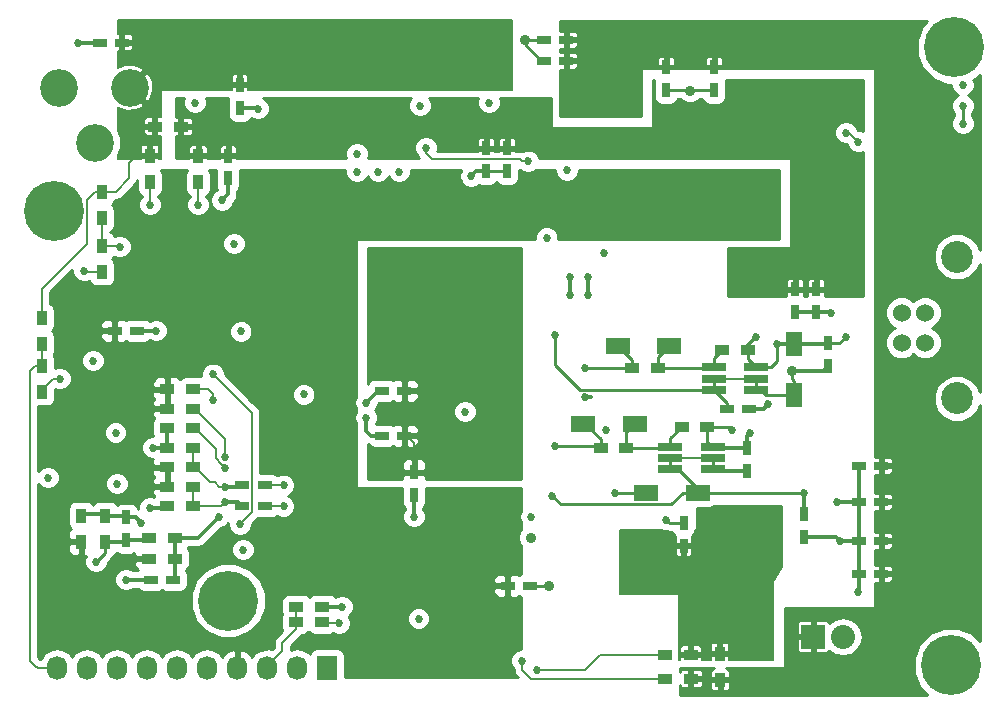
<source format=gbl>
G04 #@! TF.FileFunction,Copper,L4,Bot,Signal*
%FSLAX46Y46*%
G04 Gerber Fmt 4.6, Leading zero omitted, Abs format (unit mm)*
G04 Created by KiCad (PCBNEW (2015-02-20 BZR 5437)-product) date Monday, March 16, 2015 'AMt' 09:24:06 AM*
%MOMM*%
G01*
G04 APERTURE LIST*
%ADD10C,0.100000*%
%ADD11R,1.727200X2.032000*%
%ADD12O,1.727200X2.032000*%
%ADD13C,5.080000*%
%ADD14R,1.200000X0.900000*%
%ADD15C,1.524000*%
%ADD16C,2.700020*%
%ADD17C,3.200400*%
%ADD18R,2.032000X2.032000*%
%ADD19O,2.032000X2.032000*%
%ADD20R,1.998980X0.690880*%
%ADD21R,2.000000X1.400000*%
%ADD22R,1.400000X2.000000*%
%ADD23R,0.750000X1.200000*%
%ADD24R,1.200000X0.750000*%
%ADD25R,0.900000X1.200000*%
%ADD26C,0.685800*%
%ADD27C,0.889000*%
%ADD28C,0.254000*%
%ADD29C,0.304800*%
%ADD30C,0.152400*%
G04 APERTURE END LIST*
D10*
D11*
X82550000Y-138049000D03*
D12*
X80010000Y-138049000D03*
X77470000Y-138049000D03*
X74930000Y-138049000D03*
X72390000Y-138049000D03*
X69850000Y-138049000D03*
X67310000Y-138049000D03*
X64770000Y-138049000D03*
X62230000Y-138049000D03*
X59690000Y-138049000D03*
D13*
X74168000Y-132334000D03*
X59436000Y-99314000D03*
D14*
X71204000Y-119380000D03*
X69004000Y-119380000D03*
X69680000Y-127000000D03*
X67480000Y-127000000D03*
D13*
X135382000Y-137795000D03*
D15*
X131191000Y-107950000D03*
X131191000Y-110490000D03*
X133189980Y-110490000D03*
X133189980Y-107950000D03*
D16*
X135890000Y-103220520D03*
X135890000Y-115219480D03*
D17*
X65890140Y-88900000D03*
X59890660Y-88900000D03*
X62890400Y-93599000D03*
D18*
X123698000Y-135382000D03*
D19*
X126238000Y-135382000D03*
D20*
X115293140Y-114487960D03*
X115293140Y-113538000D03*
X115293140Y-112588040D03*
X118894860Y-112588040D03*
X118894860Y-113538000D03*
X118894860Y-114487960D03*
X111610140Y-121218960D03*
X111610140Y-120269000D03*
X111610140Y-119319040D03*
X115211860Y-119319040D03*
X115211860Y-120269000D03*
X115211860Y-121218960D03*
D14*
X69004000Y-114427000D03*
X71204000Y-114427000D03*
D21*
X111527000Y-110744000D03*
X107167000Y-110744000D03*
D22*
X122047000Y-110596000D03*
X122047000Y-114956000D03*
D21*
X109580000Y-123190000D03*
X113940000Y-123190000D03*
X108606000Y-117348000D03*
X104246000Y-117348000D03*
D23*
X65532000Y-125288000D03*
X65532000Y-127188000D03*
D24*
X69530000Y-130556000D03*
X67630000Y-130556000D03*
X75377000Y-124333000D03*
X77277000Y-124333000D03*
X75377000Y-122555000D03*
X77277000Y-122555000D03*
X89088000Y-118364000D03*
X87188000Y-118364000D03*
X89088000Y-114554000D03*
X87188000Y-114554000D03*
D25*
X63500000Y-97706000D03*
X63500000Y-99906000D03*
X63500000Y-102278000D03*
X63500000Y-104478000D03*
D14*
X67988000Y-92202000D03*
X70188000Y-92202000D03*
X69004000Y-117729000D03*
X71204000Y-117729000D03*
X69004000Y-116078000D03*
X71204000Y-116078000D03*
D25*
X71628000Y-94658000D03*
X71628000Y-96858000D03*
X67564000Y-94658000D03*
X67564000Y-96858000D03*
D14*
X111168000Y-136906000D03*
X113368000Y-136906000D03*
X111168000Y-138938000D03*
X113368000Y-138938000D03*
D25*
X115824000Y-136822000D03*
X115824000Y-139022000D03*
D14*
X110574000Y-112649000D03*
X108374000Y-112649000D03*
X115994000Y-111125000D03*
X118194000Y-111125000D03*
X112565000Y-117602000D03*
X114765000Y-117602000D03*
X107907000Y-119380000D03*
X105707000Y-119380000D03*
D25*
X58420000Y-108374000D03*
X58420000Y-110574000D03*
X58420000Y-112438000D03*
X58420000Y-114638000D03*
X63754000Y-125138000D03*
X63754000Y-127338000D03*
D14*
X71204000Y-124333000D03*
X69004000Y-124333000D03*
X82126000Y-134112000D03*
X79926000Y-134112000D03*
X79926000Y-132842000D03*
X82126000Y-132842000D03*
D25*
X61722000Y-127338000D03*
X61722000Y-125138000D03*
D14*
X67480000Y-128778000D03*
X69680000Y-128778000D03*
X69004000Y-122682000D03*
X71204000Y-122682000D03*
X69004000Y-121031000D03*
X71204000Y-121031000D03*
D24*
X64582000Y-109474000D03*
X66482000Y-109474000D03*
X97856000Y-131064000D03*
X99756000Y-131064000D03*
D23*
X89916000Y-121478000D03*
X89916000Y-123378000D03*
D24*
X129474000Y-130048000D03*
X127574000Y-130048000D03*
D23*
X123952000Y-105984000D03*
X123952000Y-107884000D03*
D24*
X129474000Y-127254000D03*
X127574000Y-127254000D03*
X129474000Y-123952000D03*
X127574000Y-123952000D03*
X129474000Y-120904000D03*
X127574000Y-120904000D03*
X102804000Y-84836000D03*
X100904000Y-84836000D03*
D23*
X122174000Y-105984000D03*
X122174000Y-107884000D03*
X111252000Y-87188000D03*
X111252000Y-89088000D03*
X75184000Y-88712000D03*
X75184000Y-90612000D03*
X115316000Y-87188000D03*
X115316000Y-89088000D03*
X97790000Y-94046000D03*
X97790000Y-95946000D03*
D24*
X102804000Y-86614000D03*
X100904000Y-86614000D03*
X65212000Y-85090000D03*
X63312000Y-85090000D03*
D23*
X124968000Y-112456000D03*
X124968000Y-110556000D03*
D24*
X116398000Y-116078000D03*
X118298000Y-116078000D03*
D23*
X122936000Y-125034000D03*
X122936000Y-126934000D03*
X118110000Y-121346000D03*
X118110000Y-119446000D03*
X112776000Y-127696000D03*
X112776000Y-125796000D03*
D13*
X135636000Y-85471000D03*
D23*
X96012000Y-94046000D03*
X96012000Y-95946000D03*
X74168000Y-94681000D03*
X74168000Y-96581000D03*
D26*
X88646000Y-96012000D03*
X86868000Y-96012000D03*
X85090000Y-96012000D03*
X62992000Y-129032000D03*
X126492000Y-109982000D03*
X89916000Y-125222000D03*
X118872000Y-109982000D03*
X106934000Y-123190000D03*
X74676000Y-102108000D03*
X83820000Y-132842000D03*
X103124000Y-104902000D03*
X103124000Y-106426000D03*
X104648000Y-106426000D03*
X104648000Y-104902000D03*
X101155500Y-101600000D03*
X105981500Y-102933500D03*
X71374000Y-90170000D03*
X61976000Y-104394000D03*
X94742000Y-96393000D03*
X73660000Y-98425000D03*
X125222000Y-107950000D03*
X120650000Y-110617000D03*
X61468000Y-85090000D03*
X76708000Y-90678000D03*
X125984000Y-127254000D03*
X125730000Y-123952000D03*
X127508000Y-131572000D03*
D27*
X113284000Y-89154000D03*
X99314000Y-84836000D03*
D26*
X94234000Y-116332000D03*
D27*
X101346000Y-131064000D03*
D26*
X99822000Y-125222000D03*
D27*
X99822000Y-127000000D03*
D26*
X64643000Y-118110000D03*
X127508000Y-93472000D03*
X126492000Y-92710000D03*
X75254910Y-109537520D03*
X96266000Y-90170000D03*
X102870000Y-95885000D03*
X85090000Y-94488000D03*
X90424000Y-90424000D03*
X80581500Y-114871500D03*
X75438000Y-128016000D03*
X116840000Y-117856000D03*
X118364000Y-118110000D03*
X119888000Y-115709690D03*
X85852000Y-115570000D03*
X85852000Y-116840000D03*
X136398000Y-91948000D03*
X136398000Y-90424000D03*
X136398000Y-88646000D03*
X59944000Y-113538000D03*
X58928000Y-121920000D03*
X68072000Y-109474000D03*
X62738000Y-112014000D03*
X67564000Y-124460000D03*
X64770000Y-122428000D03*
X67818000Y-119380000D03*
X90297000Y-133858000D03*
X65532000Y-130556000D03*
X78867000Y-122555000D03*
X78867000Y-124333000D03*
X111252000Y-125476000D03*
X104394000Y-115110270D03*
X106172000Y-117856000D03*
X86614000Y-112522000D03*
X86614000Y-110744000D03*
X86614000Y-108966000D03*
X95250000Y-107442000D03*
X95250000Y-105410000D03*
X89916000Y-119888000D03*
X95250000Y-103378000D03*
X89154000Y-113030000D03*
X119634000Y-100838000D03*
X117602000Y-100838000D03*
X115570000Y-100838000D03*
X113538000Y-100838000D03*
X111506000Y-100838000D03*
X111506000Y-96774000D03*
X109728000Y-96774000D03*
X107950000Y-96774000D03*
X60198000Y-123952000D03*
X61722000Y-122428000D03*
X63246000Y-122428000D03*
X62992000Y-113792000D03*
X70358000Y-112014000D03*
X60198000Y-115316000D03*
X60198000Y-132080000D03*
X67056000Y-132080000D03*
X95738607Y-123801706D03*
X66524875Y-115292875D03*
X66802000Y-125730000D03*
X73406000Y-125222000D03*
X73914000Y-123952000D03*
X73914000Y-122682000D03*
D27*
X121920000Y-112903000D03*
D26*
X101854000Y-109855000D03*
X101600000Y-123444000D03*
X122936000Y-123190000D03*
X104394000Y-112649000D03*
X125222000Y-103886000D03*
X127000000Y-103886000D03*
X117094000Y-105156000D03*
X118872000Y-105156000D03*
X120650000Y-105156000D03*
X117094000Y-103124000D03*
X118872000Y-103124000D03*
X120650000Y-103124000D03*
X127000000Y-105918000D03*
X125222000Y-105918000D03*
X115062000Y-126492000D03*
X115062000Y-124714000D03*
X116840000Y-124714000D03*
X116840000Y-126492000D03*
X118618000Y-126492000D03*
X118618000Y-124714000D03*
X120396000Y-124714000D03*
X120396000Y-126492000D03*
X108458000Y-129032000D03*
X108458000Y-127000000D03*
X110744000Y-127000000D03*
X110744000Y-129032000D03*
X119126000Y-136144000D03*
X83566000Y-134239000D03*
X101854000Y-119253000D03*
X65024000Y-102362000D03*
X75184000Y-125857000D03*
X72898000Y-113157000D03*
X72898000Y-115316000D03*
X73938677Y-121082151D03*
X73914000Y-120142000D03*
X71628000Y-98806000D03*
X67564000Y-98806000D03*
X100330000Y-138176000D03*
X99060000Y-137414000D03*
X99568000Y-95123000D03*
X90932000Y-93980000D03*
X103886000Y-90170000D03*
X102870000Y-90678000D03*
X108204000Y-88392000D03*
X106172000Y-86614000D03*
X108204000Y-86614000D03*
D28*
X118894860Y-112588040D02*
X120148350Y-112588040D01*
X120148350Y-112588040D02*
X120650000Y-112086390D01*
X120650000Y-112086390D02*
X120650000Y-110617000D01*
X112776000Y-125796000D02*
X111572000Y-125796000D01*
X111572000Y-125796000D02*
X111252000Y-125476000D01*
X63754000Y-127338000D02*
X63754000Y-128270000D01*
X63754000Y-128270000D02*
X62992000Y-129032000D01*
X124968000Y-110556000D02*
X125918000Y-110556000D01*
X125918000Y-110556000D02*
X126492000Y-109982000D01*
D29*
X89916000Y-123378000D02*
X89916000Y-125222000D01*
X118194000Y-111125000D02*
X118194000Y-110660000D01*
X118194000Y-110660000D02*
X118872000Y-109982000D01*
D28*
X109580000Y-123190000D02*
X106934000Y-123190000D01*
D29*
X82126000Y-132842000D02*
X83820000Y-132842000D01*
X103124000Y-106426000D02*
X103124000Y-104902000D01*
X104648000Y-104902000D02*
X104648000Y-106426000D01*
D28*
X97790000Y-95946000D02*
X96012000Y-95946000D01*
D30*
X63500000Y-104478000D02*
X62060000Y-104478000D01*
X62060000Y-104478000D02*
X61976000Y-104394000D01*
D29*
X96012000Y-95946000D02*
X95189000Y-95946000D01*
X95189000Y-95946000D02*
X94742000Y-96393000D01*
X74168000Y-96581000D02*
X74168000Y-97917000D01*
X74168000Y-97917000D02*
X73660000Y-98425000D01*
X123952000Y-107884000D02*
X125156000Y-107884000D01*
X125156000Y-107884000D02*
X125222000Y-107950000D01*
X122174000Y-107884000D02*
X123952000Y-107884000D01*
X122047000Y-110596000D02*
X120671000Y-110596000D01*
X120671000Y-110596000D02*
X120650000Y-110617000D01*
X63312000Y-85090000D02*
X61468000Y-85090000D01*
X75184000Y-90612000D02*
X76642000Y-90612000D01*
X76642000Y-90612000D02*
X76708000Y-90678000D01*
X122047000Y-110596000D02*
X124928000Y-110596000D01*
X124928000Y-110596000D02*
X124968000Y-110556000D01*
X122936000Y-126934000D02*
X125664000Y-126934000D01*
X125664000Y-126934000D02*
X125984000Y-127254000D01*
X127574000Y-127254000D02*
X125984000Y-127254000D01*
X127574000Y-123952000D02*
X125730000Y-123952000D01*
X127574000Y-130048000D02*
X127574000Y-131506000D01*
X127574000Y-131506000D02*
X127508000Y-131572000D01*
X127574000Y-127254000D02*
X127574000Y-130048000D01*
X127574000Y-123952000D02*
X127574000Y-124631800D01*
X127574000Y-124631800D02*
X127574000Y-127254000D01*
X127574000Y-120904000D02*
X127574000Y-121583800D01*
X127574000Y-121583800D02*
X127574000Y-123952000D01*
D28*
X100904000Y-86614000D02*
X100679000Y-86614000D01*
X99314000Y-85249000D02*
X99314000Y-84836000D01*
X100679000Y-86614000D02*
X99314000Y-85249000D01*
X115316000Y-89088000D02*
X113350000Y-89088000D01*
X113350000Y-89088000D02*
X113284000Y-89154000D01*
X111252000Y-89088000D02*
X113218000Y-89088000D01*
X113218000Y-89088000D02*
X113284000Y-89154000D01*
X100904000Y-84836000D02*
X99314000Y-84836000D01*
X99756000Y-131064000D02*
X101346000Y-131064000D01*
D30*
X126492000Y-92710000D02*
X126746000Y-92710000D01*
X126746000Y-92710000D02*
X127508000Y-93472000D01*
D28*
X114765000Y-117602000D02*
X114765000Y-118872180D01*
X114765000Y-118872180D02*
X115211860Y-119319040D01*
X118194000Y-111125000D02*
X118194000Y-111887180D01*
X118194000Y-111887180D02*
X118894860Y-112588040D01*
D29*
X115338820Y-119446000D02*
X115211860Y-119319040D01*
X118110000Y-119446000D02*
X115338820Y-119446000D01*
D28*
X116586000Y-117602000D02*
X116840000Y-117856000D01*
X114765000Y-117602000D02*
X116586000Y-117602000D01*
D29*
X118110000Y-118364000D02*
X118364000Y-118110000D01*
X118110000Y-119446000D02*
X118110000Y-118364000D01*
X119519690Y-116078000D02*
X119888000Y-115709690D01*
X118298000Y-116078000D02*
X119519690Y-116078000D01*
X85852000Y-117932800D02*
X85852000Y-116840000D01*
X87188000Y-118364000D02*
X86283200Y-118364000D01*
X86283200Y-118364000D02*
X85852000Y-117932800D01*
X86868000Y-114554000D02*
X85852000Y-115570000D01*
X87188000Y-114554000D02*
X86868000Y-114554000D01*
D28*
X136398000Y-91948000D02*
X136398000Y-90424000D01*
D30*
X59370000Y-113538000D02*
X59944000Y-113538000D01*
X58420000Y-114488000D02*
X59370000Y-113538000D01*
X58420000Y-114638000D02*
X58420000Y-114488000D01*
D29*
X66482000Y-109474000D02*
X68072000Y-109474000D01*
X65382000Y-127338000D02*
X65532000Y-127188000D01*
X63754000Y-127338000D02*
X65382000Y-127338000D01*
X67292000Y-127188000D02*
X67480000Y-127000000D01*
X65532000Y-127188000D02*
X67292000Y-127188000D01*
X68877000Y-124460000D02*
X69004000Y-124333000D01*
X67564000Y-124460000D02*
X68877000Y-124460000D01*
X69004000Y-117729000D02*
X69004000Y-119380000D01*
X69004000Y-119380000D02*
X67818000Y-119380000D01*
X67630000Y-130556000D02*
X66725200Y-130556000D01*
X66725200Y-130556000D02*
X65532000Y-130556000D01*
D30*
X78029400Y-122555000D02*
X78867000Y-122555000D01*
X77277000Y-122555000D02*
X78029400Y-122555000D01*
X77277000Y-124333000D02*
X78867000Y-124333000D01*
D29*
X104394000Y-115110270D02*
X104878933Y-115110270D01*
D30*
X86614000Y-108966000D02*
X86614000Y-110490000D01*
X95250000Y-105410000D02*
X95250000Y-107188000D01*
X89088000Y-118364000D02*
X89313000Y-118364000D01*
X89313000Y-118364000D02*
X89916000Y-118967000D01*
X89916000Y-118967000D02*
X89916000Y-119888000D01*
D29*
X89088000Y-113096000D02*
X89154000Y-113030000D01*
X89088000Y-114554000D02*
X89088000Y-113096000D01*
D30*
X117602000Y-100838000D02*
X119634000Y-100838000D01*
X113538000Y-100838000D02*
X115570000Y-100838000D01*
X111506000Y-98552000D02*
X111506000Y-100838000D01*
X111506000Y-96774000D02*
X111506000Y-98552000D01*
D28*
X108204000Y-96774000D02*
X109728000Y-96774000D01*
D29*
X62064899Y-122770899D02*
X61976000Y-122682000D01*
X61722000Y-122428000D02*
X62064899Y-122770899D01*
X65382000Y-125138000D02*
X65532000Y-125288000D01*
X63754000Y-125138000D02*
X65382000Y-125138000D01*
X66360000Y-125288000D02*
X66802000Y-125730000D01*
X65532000Y-125288000D02*
X66360000Y-125288000D01*
X61849000Y-125011000D02*
X61722000Y-125138000D01*
X62399372Y-125011000D02*
X61849000Y-125011000D01*
X63627000Y-125011000D02*
X62399372Y-125011000D01*
X62399372Y-125011000D02*
X62230000Y-125011000D01*
X69680000Y-127000000D02*
X69680000Y-128778000D01*
X71628000Y-127000000D02*
X73406000Y-125222000D01*
X69680000Y-127000000D02*
X71628000Y-127000000D01*
X69680000Y-130406000D02*
X69530000Y-130556000D01*
X69680000Y-128778000D02*
X69680000Y-130406000D01*
X73914000Y-123952000D02*
X74996000Y-123952000D01*
X74996000Y-123952000D02*
X75377000Y-124333000D01*
D30*
X71204000Y-123730600D02*
X71204000Y-122682000D01*
X71204000Y-124333000D02*
X71204000Y-123730600D01*
X73533000Y-124333000D02*
X73914000Y-123952000D01*
X71204000Y-124333000D02*
X73533000Y-124333000D01*
D29*
X73914000Y-122682000D02*
X75250000Y-122682000D01*
X75250000Y-122682000D02*
X75377000Y-122555000D01*
D30*
X73640000Y-122682000D02*
X73914000Y-122682000D01*
X71354000Y-121031000D02*
X71204000Y-121031000D01*
X73048067Y-122301000D02*
X72624000Y-122301000D01*
X72624000Y-122301000D02*
X71354000Y-121031000D01*
X73429067Y-122682000D02*
X73048067Y-122301000D01*
X73914000Y-122682000D02*
X73429067Y-122682000D01*
X71204000Y-120428600D02*
X71204000Y-119380000D01*
X71204000Y-121031000D02*
X71204000Y-120428600D01*
X115293140Y-113538000D02*
X116445030Y-113538000D01*
X116445030Y-113538000D02*
X118894860Y-113538000D01*
D28*
X116398000Y-116078000D02*
X116398000Y-115592820D01*
X116398000Y-115592820D02*
X115293140Y-114487960D01*
D29*
X121920000Y-112903000D02*
X124521000Y-112903000D01*
X124521000Y-112903000D02*
X124968000Y-112456000D01*
D28*
X101854000Y-109855000D02*
X101854000Y-112395000D01*
X101854000Y-112395000D02*
X103946960Y-114487960D01*
X103946960Y-114487960D02*
X115293140Y-114487960D01*
X121920000Y-113575000D02*
X121920000Y-112903000D01*
X122047000Y-114956000D02*
X122047000Y-113702000D01*
X122047000Y-113702000D02*
X121920000Y-113575000D01*
X115293140Y-113538000D02*
X115293140Y-114487960D01*
X122047000Y-114956000D02*
X119713420Y-114956000D01*
X119713420Y-114956000D02*
X118894860Y-114137440D01*
X118894860Y-114137440D02*
X118894860Y-113538000D01*
D30*
X111610140Y-120269000D02*
X115211860Y-120269000D01*
D29*
X122936000Y-125034000D02*
X122936000Y-123190000D01*
D28*
X101600000Y-123444000D02*
X102325401Y-124169401D01*
X102325401Y-124169401D02*
X111706599Y-124169401D01*
X111706599Y-124169401D02*
X112686000Y-123190000D01*
X112686000Y-123190000D02*
X113940000Y-123190000D01*
X113940000Y-123190000D02*
X122936000Y-123190000D01*
X111610140Y-121218960D02*
X112264190Y-121218960D01*
X112264190Y-121218960D02*
X113940000Y-122894770D01*
X113940000Y-122894770D02*
X113940000Y-123190000D01*
X115211860Y-120269000D02*
X115211860Y-121218960D01*
X111610140Y-120269000D02*
X111610140Y-121218960D01*
D29*
X115338900Y-121346000D02*
X115211860Y-121218960D01*
X118110000Y-121346000D02*
X115338900Y-121346000D01*
D30*
X62204601Y-102133399D02*
X58420000Y-105918000D01*
X58420000Y-105918000D02*
X58420000Y-108374000D01*
X63500000Y-97706000D02*
X62897600Y-97706000D01*
X62897600Y-97706000D02*
X62204601Y-98398999D01*
X62204601Y-98398999D02*
X62204601Y-102133399D01*
X67564000Y-94658000D02*
X66378000Y-94658000D01*
X65786000Y-96586000D02*
X64666000Y-97706000D01*
X66378000Y-94658000D02*
X65786000Y-95250000D01*
X65786000Y-95250000D02*
X65786000Y-96586000D01*
X64666000Y-97706000D02*
X63500000Y-97706000D01*
X58420000Y-108374000D02*
X58420000Y-107621600D01*
D28*
X115293140Y-112588040D02*
X115293140Y-111825860D01*
X115293140Y-111825860D02*
X115994000Y-111125000D01*
X110574000Y-112649000D02*
X115232180Y-112649000D01*
X115232180Y-112649000D02*
X115293140Y-112588040D01*
X110574000Y-112649000D02*
X110574000Y-111697000D01*
X110574000Y-111697000D02*
X111527000Y-110744000D01*
X108374000Y-112649000D02*
X108374000Y-111951000D01*
X108374000Y-111951000D02*
X107167000Y-110744000D01*
X108374000Y-112649000D02*
X104394000Y-112649000D01*
D30*
X127000000Y-103886000D02*
X125222000Y-103886000D01*
X120650000Y-105156000D02*
X118872000Y-105156000D01*
X117094000Y-103124000D02*
X118872000Y-103124000D01*
X96012000Y-94046000D02*
X97790000Y-94046000D01*
X115062000Y-124714000D02*
X115062000Y-126492000D01*
X116840000Y-126492000D02*
X116840000Y-124714000D01*
X118618000Y-124714000D02*
X118618000Y-126492000D01*
X120396000Y-126492000D02*
X120396000Y-124714000D01*
X108458000Y-127000000D02*
X108458000Y-129032000D01*
X110744000Y-129032000D02*
X110744000Y-127000000D01*
X82253000Y-134239000D02*
X82126000Y-134112000D01*
X83566000Y-134239000D02*
X82253000Y-134239000D01*
D28*
X111610140Y-119319040D02*
X111610140Y-118556860D01*
X111610140Y-118556860D02*
X112565000Y-117602000D01*
X107907000Y-119380000D02*
X111549180Y-119380000D01*
X111549180Y-119380000D02*
X111610140Y-119319040D01*
X107907000Y-119380000D02*
X107907000Y-118047000D01*
X107907000Y-118047000D02*
X108606000Y-117348000D01*
X105707000Y-119380000D02*
X105707000Y-118676000D01*
X105707000Y-118676000D02*
X104379000Y-117348000D01*
X104379000Y-117348000D02*
X104246000Y-117348000D01*
X101854000Y-119253000D02*
X105580000Y-119253000D01*
X105580000Y-119253000D02*
X105707000Y-119380000D01*
D30*
X63500000Y-102278000D02*
X64940000Y-102278000D01*
X64940000Y-102278000D02*
X65024000Y-102362000D01*
X63500000Y-99906000D02*
X63500000Y-100658400D01*
X63500000Y-100658400D02*
X63500000Y-102278000D01*
X72898000Y-113157000D02*
X76205601Y-116464601D01*
X76205601Y-116464601D02*
X76205601Y-124835399D01*
X76205601Y-124835399D02*
X75526899Y-125514101D01*
X75526899Y-125514101D02*
X75184000Y-125857000D01*
X72493933Y-114427000D02*
X71204000Y-114427000D01*
X72898000Y-114831067D02*
X72493933Y-114427000D01*
X72898000Y-115316000D02*
X72898000Y-114831067D01*
X73595778Y-120739252D02*
X73938677Y-121082151D01*
X73152000Y-120295474D02*
X73595778Y-120739252D01*
X73152000Y-119527000D02*
X73152000Y-119979286D01*
X71204000Y-117729000D02*
X71354000Y-117729000D01*
X71354000Y-117729000D02*
X73152000Y-119527000D01*
X73152000Y-119979286D02*
X73152000Y-120295474D01*
X73152000Y-119654000D02*
X73152000Y-119979286D01*
X71354000Y-116078000D02*
X71204000Y-116078000D01*
X73914000Y-118638000D02*
X71354000Y-116078000D01*
X73914000Y-120142000D02*
X73914000Y-118638000D01*
X71628000Y-96858000D02*
X71628000Y-98806000D01*
X67564000Y-98806000D02*
X67564000Y-96858000D01*
X111168000Y-136906000D02*
X105664000Y-136906000D01*
X105664000Y-136906000D02*
X104394000Y-138176000D01*
X104394000Y-138176000D02*
X100330000Y-138176000D01*
X99060000Y-138176000D02*
X99060000Y-137414000D01*
X99822000Y-138938000D02*
X99060000Y-138176000D01*
X100246178Y-138938000D02*
X99822000Y-138938000D01*
X111168000Y-138938000D02*
X100246178Y-138938000D01*
X90932000Y-94464933D02*
X91419466Y-94952399D01*
X99568000Y-95123000D02*
X99083067Y-95123000D01*
X98912466Y-94952399D02*
X91419466Y-94952399D01*
X99083067Y-95123000D02*
X98912466Y-94952399D01*
X90932000Y-93980000D02*
X90932000Y-94464933D01*
X79926000Y-134714400D02*
X78750400Y-135890000D01*
X79926000Y-134112000D02*
X79926000Y-134714400D01*
X78750400Y-136616200D02*
X77470000Y-137896600D01*
X77470000Y-137896600D02*
X77470000Y-138049000D01*
X78750400Y-135890000D02*
X78750400Y-136616200D01*
X79926000Y-132842000D02*
X79926000Y-134112000D01*
X105410000Y-90424000D02*
X105156000Y-90678000D01*
X105156000Y-90678000D02*
X102870000Y-90678000D01*
X107188000Y-90424000D02*
X105410000Y-90424000D01*
X108204000Y-89408000D02*
X107188000Y-90424000D01*
X108204000Y-88138000D02*
X108204000Y-89408000D01*
X106045000Y-86614000D02*
X108077000Y-86614000D01*
X58039000Y-138049000D02*
X59690000Y-138049000D01*
X58420000Y-110574000D02*
X58420000Y-112438000D01*
X57817600Y-112438000D02*
X57404000Y-112851600D01*
X58420000Y-112438000D02*
X57817600Y-112438000D01*
X57404000Y-137414000D02*
X57866241Y-137876241D01*
X57404000Y-112851600D02*
X57404000Y-137414000D01*
X57866241Y-137876241D02*
X58039000Y-138049000D01*
X57741399Y-137751399D02*
X57866241Y-137876241D01*
G36*
X121081800Y-129518894D02*
X120319800Y-130788894D01*
X120319800Y-137337800D01*
X116604200Y-137337800D01*
X116604200Y-137082350D01*
X116604200Y-136561650D01*
X116604200Y-136156319D01*
X116553930Y-136034957D01*
X116461043Y-135942070D01*
X116339681Y-135891800D01*
X116208319Y-135891800D01*
X116084350Y-135891800D01*
X116001800Y-135974350D01*
X116001800Y-136644200D01*
X116521650Y-136644200D01*
X116604200Y-136561650D01*
X116604200Y-137082350D01*
X116521650Y-136999800D01*
X116001800Y-136999800D01*
X116001800Y-137019800D01*
X115646200Y-137019800D01*
X115646200Y-136999800D01*
X115646200Y-136644200D01*
X115646200Y-135974350D01*
X115563650Y-135891800D01*
X115439681Y-135891800D01*
X115308319Y-135891800D01*
X115186957Y-135942070D01*
X115094070Y-136034957D01*
X115043800Y-136156319D01*
X115043800Y-136561650D01*
X115126350Y-136644200D01*
X115646200Y-136644200D01*
X115646200Y-136999800D01*
X115126350Y-136999800D01*
X115043800Y-137082350D01*
X115043800Y-137337800D01*
X114298200Y-137337800D01*
X114298200Y-137290319D01*
X114298200Y-137166350D01*
X114298200Y-136645650D01*
X114298200Y-136521681D01*
X114298200Y-136390319D01*
X114247930Y-136268957D01*
X114155043Y-136176070D01*
X114033681Y-136125800D01*
X113628350Y-136125800D01*
X113545800Y-136208350D01*
X113545800Y-136728200D01*
X114215650Y-136728200D01*
X114298200Y-136645650D01*
X114298200Y-137166350D01*
X114215650Y-137083800D01*
X113545800Y-137083800D01*
X113545800Y-137103800D01*
X113481200Y-137103800D01*
X113481200Y-128361681D01*
X113481200Y-127956350D01*
X113398650Y-127873800D01*
X112953800Y-127873800D01*
X112953800Y-128543650D01*
X113036350Y-128626200D01*
X113085319Y-128626200D01*
X113216681Y-128626200D01*
X113338043Y-128575930D01*
X113430930Y-128483043D01*
X113481200Y-128361681D01*
X113481200Y-137103800D01*
X113190200Y-137103800D01*
X113190200Y-137083800D01*
X113190200Y-136728200D01*
X113190200Y-136208350D01*
X113107650Y-136125800D01*
X112702319Y-136125800D01*
X112598200Y-136168927D01*
X112598200Y-128543650D01*
X112598200Y-127873800D01*
X112153350Y-127873800D01*
X112070800Y-127956350D01*
X112070800Y-128361681D01*
X112121070Y-128483043D01*
X112213957Y-128575930D01*
X112335319Y-128626200D01*
X112466681Y-128626200D01*
X112515650Y-128626200D01*
X112598200Y-128543650D01*
X112598200Y-136168927D01*
X112580957Y-136176070D01*
X112488070Y-136268957D01*
X112437800Y-136390319D01*
X112437800Y-136521681D01*
X112437800Y-136645650D01*
X112520350Y-136728200D01*
X113190200Y-136728200D01*
X113190200Y-137083800D01*
X112520350Y-137083800D01*
X112437800Y-137166350D01*
X112437800Y-137290319D01*
X112437800Y-137337800D01*
X112363645Y-137337800D01*
X112363645Y-136456000D01*
X112344200Y-136355779D01*
X112344200Y-135382000D01*
X112344200Y-131749800D01*
X107391200Y-131749800D01*
X107391200Y-126314200D01*
X110853071Y-126314200D01*
X111066779Y-126402939D01*
X111225026Y-126403077D01*
X111299835Y-126453062D01*
X111299836Y-126453063D01*
X111572000Y-126507200D01*
X111826930Y-126507200D01*
X111848574Y-126618753D01*
X111977180Y-126814533D01*
X112120195Y-126911069D01*
X112070800Y-127030319D01*
X112070800Y-127435650D01*
X112153350Y-127518200D01*
X112598200Y-127518200D01*
X112598200Y-127498200D01*
X112953800Y-127498200D01*
X112953800Y-127518200D01*
X113398650Y-127518200D01*
X113481200Y-127435650D01*
X113481200Y-127030319D01*
X113431551Y-126910458D01*
X113569533Y-126819820D01*
X113700586Y-126625669D01*
X113746645Y-126396000D01*
X113746645Y-126314200D01*
X113868200Y-126314200D01*
X113868200Y-124485645D01*
X114940000Y-124485645D01*
X115162753Y-124442426D01*
X115358533Y-124313820D01*
X115373264Y-124291995D01*
X121081800Y-124327357D01*
X121081800Y-129518894D01*
X121081800Y-129518894D01*
G37*
X121081800Y-129518894D02*
X120319800Y-130788894D01*
X120319800Y-137337800D01*
X116604200Y-137337800D01*
X116604200Y-137082350D01*
X116604200Y-136561650D01*
X116604200Y-136156319D01*
X116553930Y-136034957D01*
X116461043Y-135942070D01*
X116339681Y-135891800D01*
X116208319Y-135891800D01*
X116084350Y-135891800D01*
X116001800Y-135974350D01*
X116001800Y-136644200D01*
X116521650Y-136644200D01*
X116604200Y-136561650D01*
X116604200Y-137082350D01*
X116521650Y-136999800D01*
X116001800Y-136999800D01*
X116001800Y-137019800D01*
X115646200Y-137019800D01*
X115646200Y-136999800D01*
X115646200Y-136644200D01*
X115646200Y-135974350D01*
X115563650Y-135891800D01*
X115439681Y-135891800D01*
X115308319Y-135891800D01*
X115186957Y-135942070D01*
X115094070Y-136034957D01*
X115043800Y-136156319D01*
X115043800Y-136561650D01*
X115126350Y-136644200D01*
X115646200Y-136644200D01*
X115646200Y-136999800D01*
X115126350Y-136999800D01*
X115043800Y-137082350D01*
X115043800Y-137337800D01*
X114298200Y-137337800D01*
X114298200Y-137290319D01*
X114298200Y-137166350D01*
X114298200Y-136645650D01*
X114298200Y-136521681D01*
X114298200Y-136390319D01*
X114247930Y-136268957D01*
X114155043Y-136176070D01*
X114033681Y-136125800D01*
X113628350Y-136125800D01*
X113545800Y-136208350D01*
X113545800Y-136728200D01*
X114215650Y-136728200D01*
X114298200Y-136645650D01*
X114298200Y-137166350D01*
X114215650Y-137083800D01*
X113545800Y-137083800D01*
X113545800Y-137103800D01*
X113481200Y-137103800D01*
X113481200Y-128361681D01*
X113481200Y-127956350D01*
X113398650Y-127873800D01*
X112953800Y-127873800D01*
X112953800Y-128543650D01*
X113036350Y-128626200D01*
X113085319Y-128626200D01*
X113216681Y-128626200D01*
X113338043Y-128575930D01*
X113430930Y-128483043D01*
X113481200Y-128361681D01*
X113481200Y-137103800D01*
X113190200Y-137103800D01*
X113190200Y-137083800D01*
X113190200Y-136728200D01*
X113190200Y-136208350D01*
X113107650Y-136125800D01*
X112702319Y-136125800D01*
X112598200Y-136168927D01*
X112598200Y-128543650D01*
X112598200Y-127873800D01*
X112153350Y-127873800D01*
X112070800Y-127956350D01*
X112070800Y-128361681D01*
X112121070Y-128483043D01*
X112213957Y-128575930D01*
X112335319Y-128626200D01*
X112466681Y-128626200D01*
X112515650Y-128626200D01*
X112598200Y-128543650D01*
X112598200Y-136168927D01*
X112580957Y-136176070D01*
X112488070Y-136268957D01*
X112437800Y-136390319D01*
X112437800Y-136521681D01*
X112437800Y-136645650D01*
X112520350Y-136728200D01*
X113190200Y-136728200D01*
X113190200Y-137083800D01*
X112520350Y-137083800D01*
X112437800Y-137166350D01*
X112437800Y-137290319D01*
X112437800Y-137337800D01*
X112363645Y-137337800D01*
X112363645Y-136456000D01*
X112344200Y-136355779D01*
X112344200Y-135382000D01*
X112344200Y-131749800D01*
X107391200Y-131749800D01*
X107391200Y-126314200D01*
X110853071Y-126314200D01*
X111066779Y-126402939D01*
X111225026Y-126403077D01*
X111299835Y-126453062D01*
X111299836Y-126453063D01*
X111572000Y-126507200D01*
X111826930Y-126507200D01*
X111848574Y-126618753D01*
X111977180Y-126814533D01*
X112120195Y-126911069D01*
X112070800Y-127030319D01*
X112070800Y-127435650D01*
X112153350Y-127518200D01*
X112598200Y-127518200D01*
X112598200Y-127498200D01*
X112953800Y-127498200D01*
X112953800Y-127518200D01*
X113398650Y-127518200D01*
X113481200Y-127435650D01*
X113481200Y-127030319D01*
X113431551Y-126910458D01*
X113569533Y-126819820D01*
X113700586Y-126625669D01*
X113746645Y-126396000D01*
X113746645Y-126314200D01*
X113868200Y-126314200D01*
X113868200Y-124485645D01*
X114940000Y-124485645D01*
X115162753Y-124442426D01*
X115358533Y-124313820D01*
X115373264Y-124291995D01*
X121081800Y-124327357D01*
X121081800Y-129518894D01*
D28*
G36*
X120777000Y-101727000D02*
X102133289Y-101727000D01*
X102133569Y-101406337D01*
X101985007Y-101046788D01*
X101710159Y-100771460D01*
X101350870Y-100622270D01*
X100961837Y-100621931D01*
X100602288Y-100770493D01*
X100326960Y-101045341D01*
X100177770Y-101404630D01*
X100177489Y-101727000D01*
X99695000Y-101727000D01*
X91567000Y-101727000D01*
X91567000Y-95885000D01*
X93894085Y-95885000D01*
X93764270Y-96197630D01*
X93763931Y-96586663D01*
X93912493Y-96946212D01*
X94187341Y-97221540D01*
X94546630Y-97370730D01*
X94935663Y-97371069D01*
X95295212Y-97222507D01*
X95379676Y-97138190D01*
X95387360Y-97143377D01*
X95637000Y-97193440D01*
X96387000Y-97193440D01*
X96629123Y-97146463D01*
X96841927Y-97006673D01*
X96900804Y-96919448D01*
X96954327Y-97000927D01*
X97165360Y-97143377D01*
X97415000Y-97193440D01*
X98165000Y-97193440D01*
X98407123Y-97146463D01*
X98619927Y-97006673D01*
X98762377Y-96795640D01*
X98812440Y-96546000D01*
X98812440Y-95885000D01*
X98946917Y-95885000D01*
X99013341Y-95951540D01*
X99372630Y-96100730D01*
X99761663Y-96101069D01*
X100121212Y-95952507D01*
X100188836Y-95885000D01*
X101892099Y-95885000D01*
X101891931Y-96078663D01*
X102040493Y-96438212D01*
X102315341Y-96713540D01*
X102674630Y-96862730D01*
X103063663Y-96863069D01*
X103423212Y-96714507D01*
X103698540Y-96439659D01*
X103847730Y-96080370D01*
X103847900Y-95885000D01*
X110744000Y-95885000D01*
X120777000Y-95885000D01*
X120777000Y-101727000D01*
X120777000Y-101727000D01*
G37*
X120777000Y-101727000D02*
X102133289Y-101727000D01*
X102133569Y-101406337D01*
X101985007Y-101046788D01*
X101710159Y-100771460D01*
X101350870Y-100622270D01*
X100961837Y-100621931D01*
X100602288Y-100770493D01*
X100326960Y-101045341D01*
X100177770Y-101404630D01*
X100177489Y-101727000D01*
X99695000Y-101727000D01*
X91567000Y-101727000D01*
X91567000Y-95885000D01*
X93894085Y-95885000D01*
X93764270Y-96197630D01*
X93763931Y-96586663D01*
X93912493Y-96946212D01*
X94187341Y-97221540D01*
X94546630Y-97370730D01*
X94935663Y-97371069D01*
X95295212Y-97222507D01*
X95379676Y-97138190D01*
X95387360Y-97143377D01*
X95637000Y-97193440D01*
X96387000Y-97193440D01*
X96629123Y-97146463D01*
X96841927Y-97006673D01*
X96900804Y-96919448D01*
X96954327Y-97000927D01*
X97165360Y-97143377D01*
X97415000Y-97193440D01*
X98165000Y-97193440D01*
X98407123Y-97146463D01*
X98619927Y-97006673D01*
X98762377Y-96795640D01*
X98812440Y-96546000D01*
X98812440Y-95885000D01*
X98946917Y-95885000D01*
X99013341Y-95951540D01*
X99372630Y-96100730D01*
X99761663Y-96101069D01*
X100121212Y-95952507D01*
X100188836Y-95885000D01*
X101892099Y-95885000D01*
X101891931Y-96078663D01*
X102040493Y-96438212D01*
X102315341Y-96713540D01*
X102674630Y-96862730D01*
X103063663Y-96863069D01*
X103423212Y-96714507D01*
X103698540Y-96439659D01*
X103847730Y-96080370D01*
X103847900Y-95885000D01*
X110744000Y-95885000D01*
X120777000Y-95885000D01*
X120777000Y-101727000D01*
G36*
X98933000Y-122047000D02*
X95212069Y-122047000D01*
X95212069Y-116138337D01*
X95063507Y-115778788D01*
X94788659Y-115503460D01*
X94429370Y-115354270D01*
X94040337Y-115353931D01*
X93680788Y-115502493D01*
X93405460Y-115777341D01*
X93256270Y-116136630D01*
X93255931Y-116525663D01*
X93404493Y-116885212D01*
X93679341Y-117160540D01*
X94038630Y-117309730D01*
X94427663Y-117310069D01*
X94787212Y-117161507D01*
X95062540Y-116886659D01*
X95211730Y-116527370D01*
X95212069Y-116138337D01*
X95212069Y-122047000D01*
X90926000Y-122047000D01*
X90926000Y-121763750D01*
X90926000Y-121192250D01*
X90926000Y-120751691D01*
X90829327Y-120518302D01*
X90650699Y-120339673D01*
X90417310Y-120243000D01*
X90323000Y-120243000D01*
X90323000Y-118865310D01*
X90323000Y-118649750D01*
X90323000Y-118078250D01*
X90323000Y-117862690D01*
X90323000Y-115055310D01*
X90323000Y-114839750D01*
X90323000Y-114268250D01*
X90323000Y-114052690D01*
X90226327Y-113819301D01*
X90047698Y-113640673D01*
X89814309Y-113544000D01*
X89373750Y-113544000D01*
X89215000Y-113702750D01*
X89215000Y-114427000D01*
X90164250Y-114427000D01*
X90323000Y-114268250D01*
X90323000Y-114839750D01*
X90164250Y-114681000D01*
X89215000Y-114681000D01*
X89215000Y-115405250D01*
X89373750Y-115564000D01*
X89814309Y-115564000D01*
X90047698Y-115467327D01*
X90226327Y-115288699D01*
X90323000Y-115055310D01*
X90323000Y-117862690D01*
X90226327Y-117629301D01*
X90047698Y-117450673D01*
X89814309Y-117354000D01*
X89373750Y-117354000D01*
X89215000Y-117512750D01*
X89215000Y-118237000D01*
X90164250Y-118237000D01*
X90323000Y-118078250D01*
X90323000Y-118649750D01*
X90164250Y-118491000D01*
X89215000Y-118491000D01*
X89215000Y-119215250D01*
X89373750Y-119374000D01*
X89814309Y-119374000D01*
X90047698Y-119277327D01*
X90226327Y-119098699D01*
X90323000Y-118865310D01*
X90323000Y-120243000D01*
X90201750Y-120243000D01*
X90043000Y-120401750D01*
X90043000Y-121351000D01*
X90767250Y-121351000D01*
X90926000Y-121192250D01*
X90926000Y-121763750D01*
X90767250Y-121605000D01*
X90043000Y-121605000D01*
X90043000Y-121625000D01*
X89789000Y-121625000D01*
X89789000Y-121605000D01*
X89789000Y-121351000D01*
X89789000Y-120401750D01*
X89630250Y-120243000D01*
X89414690Y-120243000D01*
X89181301Y-120339673D01*
X89002673Y-120518302D01*
X88906000Y-120751691D01*
X88906000Y-121192250D01*
X89064750Y-121351000D01*
X89789000Y-121351000D01*
X89789000Y-121605000D01*
X89064750Y-121605000D01*
X88906000Y-121763750D01*
X88906000Y-122047000D01*
X85979000Y-122047000D01*
X85979000Y-119089541D01*
X85981875Y-119091463D01*
X86071764Y-119109342D01*
X86127327Y-119193927D01*
X86338360Y-119336377D01*
X86588000Y-119386440D01*
X87788000Y-119386440D01*
X88030123Y-119339463D01*
X88126879Y-119275904D01*
X88128302Y-119277327D01*
X88361691Y-119374000D01*
X88802250Y-119374000D01*
X88961000Y-119215250D01*
X88961000Y-118491000D01*
X88941000Y-118491000D01*
X88941000Y-118237000D01*
X88961000Y-118237000D01*
X88961000Y-117512750D01*
X88802250Y-117354000D01*
X88361691Y-117354000D01*
X88128302Y-117450673D01*
X88127019Y-117451955D01*
X88037640Y-117391623D01*
X87788000Y-117341560D01*
X86702588Y-117341560D01*
X86829730Y-117035370D01*
X86830069Y-116646337D01*
X86681507Y-116286788D01*
X86599959Y-116205098D01*
X86680540Y-116124659D01*
X86829730Y-115765370D01*
X86829781Y-115705770D01*
X86959112Y-115576440D01*
X87788000Y-115576440D01*
X88030123Y-115529463D01*
X88126879Y-115465904D01*
X88128302Y-115467327D01*
X88361691Y-115564000D01*
X88802250Y-115564000D01*
X88961000Y-115405250D01*
X88961000Y-114681000D01*
X88941000Y-114681000D01*
X88941000Y-114427000D01*
X88961000Y-114427000D01*
X88961000Y-113702750D01*
X88802250Y-113544000D01*
X88361691Y-113544000D01*
X88128302Y-113640673D01*
X88127019Y-113641955D01*
X88037640Y-113581623D01*
X87788000Y-113531560D01*
X86588000Y-113531560D01*
X86345877Y-113578537D01*
X86133073Y-113718327D01*
X85990623Y-113929360D01*
X85979000Y-113987318D01*
X85979000Y-102489000D01*
X98933000Y-102489000D01*
X98933000Y-122047000D01*
X98933000Y-122047000D01*
G37*
X98933000Y-122047000D02*
X95212069Y-122047000D01*
X95212069Y-116138337D01*
X95063507Y-115778788D01*
X94788659Y-115503460D01*
X94429370Y-115354270D01*
X94040337Y-115353931D01*
X93680788Y-115502493D01*
X93405460Y-115777341D01*
X93256270Y-116136630D01*
X93255931Y-116525663D01*
X93404493Y-116885212D01*
X93679341Y-117160540D01*
X94038630Y-117309730D01*
X94427663Y-117310069D01*
X94787212Y-117161507D01*
X95062540Y-116886659D01*
X95211730Y-116527370D01*
X95212069Y-116138337D01*
X95212069Y-122047000D01*
X90926000Y-122047000D01*
X90926000Y-121763750D01*
X90926000Y-121192250D01*
X90926000Y-120751691D01*
X90829327Y-120518302D01*
X90650699Y-120339673D01*
X90417310Y-120243000D01*
X90323000Y-120243000D01*
X90323000Y-118865310D01*
X90323000Y-118649750D01*
X90323000Y-118078250D01*
X90323000Y-117862690D01*
X90323000Y-115055310D01*
X90323000Y-114839750D01*
X90323000Y-114268250D01*
X90323000Y-114052690D01*
X90226327Y-113819301D01*
X90047698Y-113640673D01*
X89814309Y-113544000D01*
X89373750Y-113544000D01*
X89215000Y-113702750D01*
X89215000Y-114427000D01*
X90164250Y-114427000D01*
X90323000Y-114268250D01*
X90323000Y-114839750D01*
X90164250Y-114681000D01*
X89215000Y-114681000D01*
X89215000Y-115405250D01*
X89373750Y-115564000D01*
X89814309Y-115564000D01*
X90047698Y-115467327D01*
X90226327Y-115288699D01*
X90323000Y-115055310D01*
X90323000Y-117862690D01*
X90226327Y-117629301D01*
X90047698Y-117450673D01*
X89814309Y-117354000D01*
X89373750Y-117354000D01*
X89215000Y-117512750D01*
X89215000Y-118237000D01*
X90164250Y-118237000D01*
X90323000Y-118078250D01*
X90323000Y-118649750D01*
X90164250Y-118491000D01*
X89215000Y-118491000D01*
X89215000Y-119215250D01*
X89373750Y-119374000D01*
X89814309Y-119374000D01*
X90047698Y-119277327D01*
X90226327Y-119098699D01*
X90323000Y-118865310D01*
X90323000Y-120243000D01*
X90201750Y-120243000D01*
X90043000Y-120401750D01*
X90043000Y-121351000D01*
X90767250Y-121351000D01*
X90926000Y-121192250D01*
X90926000Y-121763750D01*
X90767250Y-121605000D01*
X90043000Y-121605000D01*
X90043000Y-121625000D01*
X89789000Y-121625000D01*
X89789000Y-121605000D01*
X89789000Y-121351000D01*
X89789000Y-120401750D01*
X89630250Y-120243000D01*
X89414690Y-120243000D01*
X89181301Y-120339673D01*
X89002673Y-120518302D01*
X88906000Y-120751691D01*
X88906000Y-121192250D01*
X89064750Y-121351000D01*
X89789000Y-121351000D01*
X89789000Y-121605000D01*
X89064750Y-121605000D01*
X88906000Y-121763750D01*
X88906000Y-122047000D01*
X85979000Y-122047000D01*
X85979000Y-119089541D01*
X85981875Y-119091463D01*
X86071764Y-119109342D01*
X86127327Y-119193927D01*
X86338360Y-119336377D01*
X86588000Y-119386440D01*
X87788000Y-119386440D01*
X88030123Y-119339463D01*
X88126879Y-119275904D01*
X88128302Y-119277327D01*
X88361691Y-119374000D01*
X88802250Y-119374000D01*
X88961000Y-119215250D01*
X88961000Y-118491000D01*
X88941000Y-118491000D01*
X88941000Y-118237000D01*
X88961000Y-118237000D01*
X88961000Y-117512750D01*
X88802250Y-117354000D01*
X88361691Y-117354000D01*
X88128302Y-117450673D01*
X88127019Y-117451955D01*
X88037640Y-117391623D01*
X87788000Y-117341560D01*
X86702588Y-117341560D01*
X86829730Y-117035370D01*
X86830069Y-116646337D01*
X86681507Y-116286788D01*
X86599959Y-116205098D01*
X86680540Y-116124659D01*
X86829730Y-115765370D01*
X86829781Y-115705770D01*
X86959112Y-115576440D01*
X87788000Y-115576440D01*
X88030123Y-115529463D01*
X88126879Y-115465904D01*
X88128302Y-115467327D01*
X88361691Y-115564000D01*
X88802250Y-115564000D01*
X88961000Y-115405250D01*
X88961000Y-114681000D01*
X88941000Y-114681000D01*
X88941000Y-114427000D01*
X88961000Y-114427000D01*
X88961000Y-113702750D01*
X88802250Y-113544000D01*
X88361691Y-113544000D01*
X88128302Y-113640673D01*
X88127019Y-113641955D01*
X88037640Y-113581623D01*
X87788000Y-113531560D01*
X86588000Y-113531560D01*
X86345877Y-113578537D01*
X86133073Y-113718327D01*
X85990623Y-113929360D01*
X85979000Y-113987318D01*
X85979000Y-102489000D01*
X98933000Y-102489000D01*
X98933000Y-122047000D01*
D30*
G36*
X98221800Y-89077800D02*
X75889200Y-89077800D01*
X75889200Y-88972350D01*
X75889200Y-88451650D01*
X75889200Y-88046319D01*
X75838930Y-87924957D01*
X75746043Y-87832070D01*
X75624681Y-87781800D01*
X75493319Y-87781800D01*
X75444350Y-87781800D01*
X75361800Y-87864350D01*
X75361800Y-88534200D01*
X75806650Y-88534200D01*
X75889200Y-88451650D01*
X75889200Y-88972350D01*
X75806650Y-88889800D01*
X75361800Y-88889800D01*
X75361800Y-88909800D01*
X75006200Y-88909800D01*
X75006200Y-88889800D01*
X75006200Y-88534200D01*
X75006200Y-87864350D01*
X74923650Y-87781800D01*
X74874681Y-87781800D01*
X74743319Y-87781800D01*
X74621957Y-87832070D01*
X74529070Y-87924957D01*
X74478800Y-88046319D01*
X74478800Y-88451650D01*
X74561350Y-88534200D01*
X75006200Y-88534200D01*
X75006200Y-88889800D01*
X74561350Y-88889800D01*
X74478800Y-88972350D01*
X74478800Y-89077800D01*
X68503432Y-89077800D01*
X68514733Y-91421800D01*
X68248350Y-91421800D01*
X68165800Y-91504350D01*
X68165800Y-92024200D01*
X68185800Y-92024200D01*
X68185800Y-92379800D01*
X68165800Y-92379800D01*
X68165800Y-92899650D01*
X68248350Y-92982200D01*
X68522256Y-92982200D01*
X68531598Y-94919800D01*
X68344200Y-94919800D01*
X68344200Y-94918350D01*
X68344200Y-94397650D01*
X68344200Y-93992319D01*
X68293930Y-93870957D01*
X68201043Y-93778070D01*
X68079681Y-93727800D01*
X67948319Y-93727800D01*
X67837658Y-93727800D01*
X67837658Y-89184706D01*
X67798365Y-88417751D01*
X67580460Y-87891683D01*
X67343293Y-87698295D01*
X66141587Y-88900000D01*
X67343293Y-90101705D01*
X67580460Y-89908317D01*
X67837658Y-89184706D01*
X67837658Y-93727800D01*
X67824350Y-93727800D01*
X67810200Y-93741950D01*
X67810200Y-92899650D01*
X67810200Y-92379800D01*
X67810200Y-92024200D01*
X67810200Y-91504350D01*
X67727650Y-91421800D01*
X67322319Y-91421800D01*
X67200957Y-91472070D01*
X67108070Y-91564957D01*
X67057800Y-91686319D01*
X67057800Y-91817681D01*
X67057800Y-91941650D01*
X67140350Y-92024200D01*
X67810200Y-92024200D01*
X67810200Y-92379800D01*
X67140350Y-92379800D01*
X67057800Y-92462350D01*
X67057800Y-92586319D01*
X67057800Y-92717681D01*
X67108070Y-92839043D01*
X67200957Y-92931930D01*
X67322319Y-92982200D01*
X67727650Y-92982200D01*
X67810200Y-92899650D01*
X67810200Y-93741950D01*
X67741800Y-93810350D01*
X67741800Y-94480200D01*
X68261650Y-94480200D01*
X68344200Y-94397650D01*
X68344200Y-94918350D01*
X68261650Y-94835800D01*
X67741800Y-94835800D01*
X67741800Y-94855800D01*
X67386200Y-94855800D01*
X67386200Y-94835800D01*
X67386200Y-94480200D01*
X67386200Y-93810350D01*
X67303650Y-93727800D01*
X67179681Y-93727800D01*
X67048319Y-93727800D01*
X66926957Y-93778070D01*
X66834070Y-93870957D01*
X66783800Y-93992319D01*
X66783800Y-94397650D01*
X66866350Y-94480200D01*
X67386200Y-94480200D01*
X67386200Y-94835800D01*
X66866350Y-94835800D01*
X66783800Y-94918350D01*
X66783800Y-94919800D01*
X64846200Y-94919800D01*
X64846200Y-94585024D01*
X65074420Y-94035410D01*
X65075178Y-93166402D01*
X64846200Y-92612232D01*
X64846200Y-90546632D01*
X64881823Y-90590320D01*
X65605434Y-90847518D01*
X66372389Y-90808225D01*
X66898457Y-90590320D01*
X67091845Y-90353153D01*
X65890140Y-89151447D01*
X65875997Y-89165589D01*
X65624550Y-88914142D01*
X65638693Y-88900000D01*
X65624550Y-88885857D01*
X65875997Y-88634410D01*
X65890140Y-88648553D01*
X67091845Y-87446847D01*
X66898457Y-87209680D01*
X66174846Y-86952482D01*
X66142200Y-86954154D01*
X66142200Y-85530681D01*
X66142200Y-85399319D01*
X66142200Y-85350350D01*
X66142200Y-84829650D01*
X66142200Y-84780681D01*
X66142200Y-84649319D01*
X66091930Y-84527957D01*
X65999043Y-84435070D01*
X65877681Y-84384800D01*
X65472350Y-84384800D01*
X65389800Y-84467350D01*
X65389800Y-84912200D01*
X66059650Y-84912200D01*
X66142200Y-84829650D01*
X66142200Y-85350350D01*
X66059650Y-85267800D01*
X65389800Y-85267800D01*
X65389800Y-85712650D01*
X65472350Y-85795200D01*
X65877681Y-85795200D01*
X65999043Y-85744930D01*
X66091930Y-85652043D01*
X66142200Y-85530681D01*
X66142200Y-86954154D01*
X65407891Y-86991775D01*
X64881823Y-87209680D01*
X64846200Y-87253367D01*
X64846200Y-85795200D01*
X64951650Y-85795200D01*
X65034200Y-85712650D01*
X65034200Y-85267800D01*
X65014200Y-85267800D01*
X65014200Y-84912200D01*
X65034200Y-84912200D01*
X65034200Y-84467350D01*
X64951650Y-84384800D01*
X64846200Y-84384800D01*
X64846200Y-83184200D01*
X98221800Y-83184200D01*
X98221800Y-89077800D01*
X98221800Y-89077800D01*
G37*
X98221800Y-89077800D02*
X75889200Y-89077800D01*
X75889200Y-88972350D01*
X75889200Y-88451650D01*
X75889200Y-88046319D01*
X75838930Y-87924957D01*
X75746043Y-87832070D01*
X75624681Y-87781800D01*
X75493319Y-87781800D01*
X75444350Y-87781800D01*
X75361800Y-87864350D01*
X75361800Y-88534200D01*
X75806650Y-88534200D01*
X75889200Y-88451650D01*
X75889200Y-88972350D01*
X75806650Y-88889800D01*
X75361800Y-88889800D01*
X75361800Y-88909800D01*
X75006200Y-88909800D01*
X75006200Y-88889800D01*
X75006200Y-88534200D01*
X75006200Y-87864350D01*
X74923650Y-87781800D01*
X74874681Y-87781800D01*
X74743319Y-87781800D01*
X74621957Y-87832070D01*
X74529070Y-87924957D01*
X74478800Y-88046319D01*
X74478800Y-88451650D01*
X74561350Y-88534200D01*
X75006200Y-88534200D01*
X75006200Y-88889800D01*
X74561350Y-88889800D01*
X74478800Y-88972350D01*
X74478800Y-89077800D01*
X68503432Y-89077800D01*
X68514733Y-91421800D01*
X68248350Y-91421800D01*
X68165800Y-91504350D01*
X68165800Y-92024200D01*
X68185800Y-92024200D01*
X68185800Y-92379800D01*
X68165800Y-92379800D01*
X68165800Y-92899650D01*
X68248350Y-92982200D01*
X68522256Y-92982200D01*
X68531598Y-94919800D01*
X68344200Y-94919800D01*
X68344200Y-94918350D01*
X68344200Y-94397650D01*
X68344200Y-93992319D01*
X68293930Y-93870957D01*
X68201043Y-93778070D01*
X68079681Y-93727800D01*
X67948319Y-93727800D01*
X67837658Y-93727800D01*
X67837658Y-89184706D01*
X67798365Y-88417751D01*
X67580460Y-87891683D01*
X67343293Y-87698295D01*
X66141587Y-88900000D01*
X67343293Y-90101705D01*
X67580460Y-89908317D01*
X67837658Y-89184706D01*
X67837658Y-93727800D01*
X67824350Y-93727800D01*
X67810200Y-93741950D01*
X67810200Y-92899650D01*
X67810200Y-92379800D01*
X67810200Y-92024200D01*
X67810200Y-91504350D01*
X67727650Y-91421800D01*
X67322319Y-91421800D01*
X67200957Y-91472070D01*
X67108070Y-91564957D01*
X67057800Y-91686319D01*
X67057800Y-91817681D01*
X67057800Y-91941650D01*
X67140350Y-92024200D01*
X67810200Y-92024200D01*
X67810200Y-92379800D01*
X67140350Y-92379800D01*
X67057800Y-92462350D01*
X67057800Y-92586319D01*
X67057800Y-92717681D01*
X67108070Y-92839043D01*
X67200957Y-92931930D01*
X67322319Y-92982200D01*
X67727650Y-92982200D01*
X67810200Y-92899650D01*
X67810200Y-93741950D01*
X67741800Y-93810350D01*
X67741800Y-94480200D01*
X68261650Y-94480200D01*
X68344200Y-94397650D01*
X68344200Y-94918350D01*
X68261650Y-94835800D01*
X67741800Y-94835800D01*
X67741800Y-94855800D01*
X67386200Y-94855800D01*
X67386200Y-94835800D01*
X67386200Y-94480200D01*
X67386200Y-93810350D01*
X67303650Y-93727800D01*
X67179681Y-93727800D01*
X67048319Y-93727800D01*
X66926957Y-93778070D01*
X66834070Y-93870957D01*
X66783800Y-93992319D01*
X66783800Y-94397650D01*
X66866350Y-94480200D01*
X67386200Y-94480200D01*
X67386200Y-94835800D01*
X66866350Y-94835800D01*
X66783800Y-94918350D01*
X66783800Y-94919800D01*
X64846200Y-94919800D01*
X64846200Y-94585024D01*
X65074420Y-94035410D01*
X65075178Y-93166402D01*
X64846200Y-92612232D01*
X64846200Y-90546632D01*
X64881823Y-90590320D01*
X65605434Y-90847518D01*
X66372389Y-90808225D01*
X66898457Y-90590320D01*
X67091845Y-90353153D01*
X65890140Y-89151447D01*
X65875997Y-89165589D01*
X65624550Y-88914142D01*
X65638693Y-88900000D01*
X65624550Y-88885857D01*
X65875997Y-88634410D01*
X65890140Y-88648553D01*
X67091845Y-87446847D01*
X66898457Y-87209680D01*
X66174846Y-86952482D01*
X66142200Y-86954154D01*
X66142200Y-85530681D01*
X66142200Y-85399319D01*
X66142200Y-85350350D01*
X66142200Y-84829650D01*
X66142200Y-84780681D01*
X66142200Y-84649319D01*
X66091930Y-84527957D01*
X65999043Y-84435070D01*
X65877681Y-84384800D01*
X65472350Y-84384800D01*
X65389800Y-84467350D01*
X65389800Y-84912200D01*
X66059650Y-84912200D01*
X66142200Y-84829650D01*
X66142200Y-85350350D01*
X66059650Y-85267800D01*
X65389800Y-85267800D01*
X65389800Y-85712650D01*
X65472350Y-85795200D01*
X65877681Y-85795200D01*
X65999043Y-85744930D01*
X66091930Y-85652043D01*
X66142200Y-85530681D01*
X66142200Y-86954154D01*
X65407891Y-86991775D01*
X64881823Y-87209680D01*
X64846200Y-87253367D01*
X64846200Y-85795200D01*
X64951650Y-85795200D01*
X65034200Y-85712650D01*
X65034200Y-85267800D01*
X65014200Y-85267800D01*
X65014200Y-84912200D01*
X65034200Y-84912200D01*
X65034200Y-84467350D01*
X64951650Y-84384800D01*
X64846200Y-84384800D01*
X64846200Y-83184200D01*
X98221800Y-83184200D01*
X98221800Y-89077800D01*
D28*
G36*
X127889000Y-106553000D02*
X124708000Y-106553000D01*
X124708000Y-106206250D01*
X124708000Y-105761750D01*
X124708000Y-105308214D01*
X124649996Y-105168180D01*
X124542819Y-105061004D01*
X124402785Y-105003000D01*
X124251214Y-105003000D01*
X124174250Y-105003000D01*
X124079000Y-105098250D01*
X124079000Y-105857000D01*
X124612750Y-105857000D01*
X124708000Y-105761750D01*
X124708000Y-106206250D01*
X124612750Y-106111000D01*
X124079000Y-106111000D01*
X124079000Y-106131000D01*
X123825000Y-106131000D01*
X123825000Y-106111000D01*
X123825000Y-105857000D01*
X123825000Y-105098250D01*
X123729750Y-105003000D01*
X123652786Y-105003000D01*
X123501215Y-105003000D01*
X123361181Y-105061004D01*
X123254004Y-105168180D01*
X123196000Y-105308214D01*
X123196000Y-105761750D01*
X123291250Y-105857000D01*
X123825000Y-105857000D01*
X123825000Y-106111000D01*
X123291250Y-106111000D01*
X123196000Y-106206250D01*
X123196000Y-106553000D01*
X122930000Y-106553000D01*
X122930000Y-106206250D01*
X122930000Y-105761750D01*
X122930000Y-105308214D01*
X122871996Y-105168180D01*
X122764819Y-105061004D01*
X122624785Y-105003000D01*
X122473214Y-105003000D01*
X122396250Y-105003000D01*
X122301000Y-105098250D01*
X122301000Y-105857000D01*
X122834750Y-105857000D01*
X122930000Y-105761750D01*
X122930000Y-106206250D01*
X122834750Y-106111000D01*
X122301000Y-106111000D01*
X122301000Y-106131000D01*
X122047000Y-106131000D01*
X122047000Y-106111000D01*
X122047000Y-105857000D01*
X122047000Y-105098250D01*
X121951750Y-105003000D01*
X121874786Y-105003000D01*
X121723215Y-105003000D01*
X121583181Y-105061004D01*
X121476004Y-105168180D01*
X121418000Y-105308214D01*
X121418000Y-105761750D01*
X121513250Y-105857000D01*
X122047000Y-105857000D01*
X122047000Y-106111000D01*
X121513250Y-106111000D01*
X121418000Y-106206250D01*
X121418000Y-106553000D01*
X116459000Y-106553000D01*
X116459000Y-102489000D01*
X127889000Y-102489000D01*
X127889000Y-106553000D01*
X127889000Y-106553000D01*
G37*
X127889000Y-106553000D02*
X124708000Y-106553000D01*
X124708000Y-106206250D01*
X124708000Y-105761750D01*
X124708000Y-105308214D01*
X124649996Y-105168180D01*
X124542819Y-105061004D01*
X124402785Y-105003000D01*
X124251214Y-105003000D01*
X124174250Y-105003000D01*
X124079000Y-105098250D01*
X124079000Y-105857000D01*
X124612750Y-105857000D01*
X124708000Y-105761750D01*
X124708000Y-106206250D01*
X124612750Y-106111000D01*
X124079000Y-106111000D01*
X124079000Y-106131000D01*
X123825000Y-106131000D01*
X123825000Y-106111000D01*
X123825000Y-105857000D01*
X123825000Y-105098250D01*
X123729750Y-105003000D01*
X123652786Y-105003000D01*
X123501215Y-105003000D01*
X123361181Y-105061004D01*
X123254004Y-105168180D01*
X123196000Y-105308214D01*
X123196000Y-105761750D01*
X123291250Y-105857000D01*
X123825000Y-105857000D01*
X123825000Y-106111000D01*
X123291250Y-106111000D01*
X123196000Y-106206250D01*
X123196000Y-106553000D01*
X122930000Y-106553000D01*
X122930000Y-106206250D01*
X122930000Y-105761750D01*
X122930000Y-105308214D01*
X122871996Y-105168180D01*
X122764819Y-105061004D01*
X122624785Y-105003000D01*
X122473214Y-105003000D01*
X122396250Y-105003000D01*
X122301000Y-105098250D01*
X122301000Y-105857000D01*
X122834750Y-105857000D01*
X122930000Y-105761750D01*
X122930000Y-106206250D01*
X122834750Y-106111000D01*
X122301000Y-106111000D01*
X122301000Y-106131000D01*
X122047000Y-106131000D01*
X122047000Y-106111000D01*
X122047000Y-105857000D01*
X122047000Y-105098250D01*
X121951750Y-105003000D01*
X121874786Y-105003000D01*
X121723215Y-105003000D01*
X121583181Y-105061004D01*
X121476004Y-105168180D01*
X121418000Y-105308214D01*
X121418000Y-105761750D01*
X121513250Y-105857000D01*
X122047000Y-105857000D01*
X122047000Y-106111000D01*
X121513250Y-106111000D01*
X121418000Y-106206250D01*
X121418000Y-106553000D01*
X116459000Y-106553000D01*
X116459000Y-102489000D01*
X127889000Y-102489000D01*
X127889000Y-106553000D01*
G36*
X127889000Y-102737818D02*
X121793000Y-102493978D01*
X121793000Y-94869000D01*
X100521138Y-94869000D01*
X100397507Y-94569788D01*
X100122659Y-94294460D01*
X99763370Y-94145270D01*
X99374337Y-94144931D01*
X99066970Y-94271931D01*
X98912466Y-94241199D01*
X98546000Y-94241199D01*
X98546000Y-93823750D01*
X98546000Y-93370214D01*
X98487996Y-93230180D01*
X98380819Y-93123004D01*
X98240785Y-93065000D01*
X98089214Y-93065000D01*
X98012250Y-93065000D01*
X97917000Y-93160250D01*
X97917000Y-93919000D01*
X98450750Y-93919000D01*
X98546000Y-93823750D01*
X98546000Y-94241199D01*
X98518949Y-94241199D01*
X98450750Y-94173000D01*
X97917000Y-94173000D01*
X97917000Y-94193000D01*
X97663000Y-94193000D01*
X97663000Y-94173000D01*
X97663000Y-93919000D01*
X97663000Y-93160250D01*
X97567750Y-93065000D01*
X97490786Y-93065000D01*
X97339215Y-93065000D01*
X97199181Y-93123004D01*
X97092004Y-93230180D01*
X97034000Y-93370214D01*
X97034000Y-93823750D01*
X97129250Y-93919000D01*
X97663000Y-93919000D01*
X97663000Y-94173000D01*
X97129250Y-94173000D01*
X97061051Y-94241199D01*
X96768000Y-94241199D01*
X96768000Y-93823750D01*
X96768000Y-93370214D01*
X96709996Y-93230180D01*
X96602819Y-93123004D01*
X96462785Y-93065000D01*
X96311214Y-93065000D01*
X96234250Y-93065000D01*
X96139000Y-93160250D01*
X96139000Y-93919000D01*
X96672750Y-93919000D01*
X96768000Y-93823750D01*
X96768000Y-94241199D01*
X96740949Y-94241199D01*
X96672750Y-94173000D01*
X96139000Y-94173000D01*
X96139000Y-94193000D01*
X95885000Y-94193000D01*
X95885000Y-94173000D01*
X95885000Y-93919000D01*
X95885000Y-93160250D01*
X95789750Y-93065000D01*
X95712786Y-93065000D01*
X95561215Y-93065000D01*
X95421181Y-93123004D01*
X95314004Y-93230180D01*
X95256000Y-93370214D01*
X95256000Y-93823750D01*
X95351250Y-93919000D01*
X95885000Y-93919000D01*
X95885000Y-94173000D01*
X95351250Y-94173000D01*
X95283051Y-94241199D01*
X91882395Y-94241199D01*
X91909730Y-94175370D01*
X91910069Y-93786337D01*
X91761507Y-93426788D01*
X91486659Y-93151460D01*
X91127370Y-93002270D01*
X90738337Y-93001931D01*
X90378788Y-93150493D01*
X90103460Y-93425341D01*
X89954270Y-93784630D01*
X89953931Y-94173663D01*
X90102493Y-94533212D01*
X90267201Y-94698207D01*
X90267201Y-94698208D01*
X90274937Y-94737098D01*
X90363071Y-94869000D01*
X85990649Y-94869000D01*
X86067730Y-94683370D01*
X86068069Y-94294337D01*
X85919507Y-93934788D01*
X85644659Y-93659460D01*
X85285370Y-93510270D01*
X84896337Y-93509931D01*
X84536788Y-93658493D01*
X84261460Y-93933341D01*
X84112270Y-94292630D01*
X84111931Y-94681663D01*
X84189336Y-94869000D01*
X74924000Y-94869000D01*
X74924000Y-94458750D01*
X74924000Y-94005214D01*
X74865996Y-93865180D01*
X74758819Y-93758004D01*
X74618785Y-93700000D01*
X74467214Y-93700000D01*
X74390250Y-93700000D01*
X74295000Y-93795250D01*
X74295000Y-94554000D01*
X74828750Y-94554000D01*
X74924000Y-94458750D01*
X74924000Y-94869000D01*
X74889750Y-94869000D01*
X74828750Y-94808000D01*
X74295000Y-94808000D01*
X74295000Y-94828000D01*
X74041000Y-94828000D01*
X74041000Y-94808000D01*
X74041000Y-94554000D01*
X74041000Y-93795250D01*
X73945750Y-93700000D01*
X73868786Y-93700000D01*
X73717215Y-93700000D01*
X73577181Y-93758004D01*
X73470004Y-93865180D01*
X73412000Y-94005214D01*
X73412000Y-94458750D01*
X73507250Y-94554000D01*
X74041000Y-94554000D01*
X74041000Y-94808000D01*
X73507250Y-94808000D01*
X73446250Y-94869000D01*
X72459000Y-94869000D01*
X72459000Y-94435750D01*
X72459000Y-93982214D01*
X72400996Y-93842180D01*
X72293819Y-93735004D01*
X72153785Y-93677000D01*
X72002214Y-93677000D01*
X71850250Y-93677000D01*
X71755000Y-93772250D01*
X71755000Y-94531000D01*
X72363750Y-94531000D01*
X72459000Y-94435750D01*
X72459000Y-94869000D01*
X72447750Y-94869000D01*
X72363750Y-94785000D01*
X71755000Y-94785000D01*
X71755000Y-94805000D01*
X71501000Y-94805000D01*
X71501000Y-94785000D01*
X71501000Y-94531000D01*
X71501000Y-93772250D01*
X71405750Y-93677000D01*
X71253786Y-93677000D01*
X71169000Y-93677000D01*
X71169000Y-92727785D01*
X71169000Y-92576214D01*
X71169000Y-92424250D01*
X71169000Y-91979750D01*
X71169000Y-91827786D01*
X71169000Y-91676215D01*
X71110996Y-91536181D01*
X71003820Y-91429004D01*
X70863786Y-91371000D01*
X70410250Y-91371000D01*
X70315000Y-91466250D01*
X70315000Y-92075000D01*
X71073750Y-92075000D01*
X71169000Y-91979750D01*
X71169000Y-92424250D01*
X71073750Y-92329000D01*
X70315000Y-92329000D01*
X70315000Y-92937750D01*
X70410250Y-93033000D01*
X70863786Y-93033000D01*
X71003820Y-92974996D01*
X71110996Y-92867819D01*
X71169000Y-92727785D01*
X71169000Y-93677000D01*
X71102215Y-93677000D01*
X70962181Y-93735004D01*
X70855004Y-93842180D01*
X70797000Y-93982214D01*
X70797000Y-94435750D01*
X70892250Y-94531000D01*
X71501000Y-94531000D01*
X71501000Y-94785000D01*
X70892250Y-94785000D01*
X70808250Y-94869000D01*
X69723000Y-94869000D01*
X69723000Y-93033000D01*
X69965750Y-93033000D01*
X70061000Y-92937750D01*
X70061000Y-92329000D01*
X70041000Y-92329000D01*
X70041000Y-92075000D01*
X70061000Y-92075000D01*
X70061000Y-91466250D01*
X69965750Y-91371000D01*
X69723000Y-91371000D01*
X69723000Y-89789000D01*
X70473350Y-89789000D01*
X70396270Y-89974630D01*
X70395931Y-90363663D01*
X70544493Y-90723212D01*
X70819341Y-90998540D01*
X71178630Y-91147730D01*
X71567663Y-91148069D01*
X71927212Y-90999507D01*
X72202540Y-90724659D01*
X72351730Y-90365370D01*
X72352069Y-89976337D01*
X72274663Y-89789000D01*
X74206280Y-89789000D01*
X74161560Y-90012000D01*
X74161560Y-91212000D01*
X74208537Y-91454123D01*
X74348327Y-91666927D01*
X74559360Y-91809377D01*
X74809000Y-91859440D01*
X75559000Y-91859440D01*
X75801123Y-91812463D01*
X76013927Y-91672673D01*
X76137070Y-91490241D01*
X76153341Y-91506540D01*
X76512630Y-91655730D01*
X76901663Y-91656069D01*
X77261212Y-91507507D01*
X77536540Y-91232659D01*
X77685730Y-90873370D01*
X77686069Y-90484337D01*
X77537507Y-90124788D01*
X77262659Y-89849460D01*
X77117055Y-89789000D01*
X89675941Y-89789000D01*
X89595460Y-89869341D01*
X89446270Y-90228630D01*
X89445931Y-90617663D01*
X89594493Y-90977212D01*
X89869341Y-91252540D01*
X90228630Y-91401730D01*
X90617663Y-91402069D01*
X90977212Y-91253507D01*
X91252540Y-90978659D01*
X91401730Y-90619370D01*
X91402069Y-90230337D01*
X91253507Y-89870788D01*
X91171861Y-89789000D01*
X95365350Y-89789000D01*
X95288270Y-89974630D01*
X95287931Y-90363663D01*
X95436493Y-90723212D01*
X95711341Y-90998540D01*
X96070630Y-91147730D01*
X96459663Y-91148069D01*
X96819212Y-90999507D01*
X97094540Y-90724659D01*
X97243730Y-90365370D01*
X97244069Y-89976337D01*
X97166663Y-89789000D01*
X101473000Y-89789000D01*
X101473000Y-92075000D01*
X101473000Y-92329000D01*
X110109000Y-92329000D01*
X110109000Y-88265000D01*
X110274280Y-88265000D01*
X110229560Y-88488000D01*
X110229560Y-89688000D01*
X110276537Y-89930123D01*
X110416327Y-90142927D01*
X110627360Y-90285377D01*
X110877000Y-90335440D01*
X111627000Y-90335440D01*
X111869123Y-90288463D01*
X112081927Y-90148673D01*
X112224377Y-89937640D01*
X112241952Y-89850000D01*
X112453473Y-89850000D01*
X112671714Y-90068622D01*
X113068332Y-90233313D01*
X113497784Y-90233687D01*
X113894689Y-90069689D01*
X114114761Y-89850000D01*
X114324991Y-89850000D01*
X114340537Y-89930123D01*
X114480327Y-90142927D01*
X114691360Y-90285377D01*
X114941000Y-90335440D01*
X115691000Y-90335440D01*
X115933123Y-90288463D01*
X116145927Y-90148673D01*
X116288377Y-89937640D01*
X116338440Y-89688000D01*
X116338440Y-88488000D01*
X116295173Y-88265000D01*
X127889000Y-88265000D01*
X127889000Y-92571350D01*
X127703370Y-92494270D01*
X127535912Y-92494124D01*
X127408066Y-92366277D01*
X127321507Y-92156788D01*
X127046659Y-91881460D01*
X126687370Y-91732270D01*
X126298337Y-91731931D01*
X125938788Y-91880493D01*
X125663460Y-92155341D01*
X125514270Y-92514630D01*
X125513931Y-92903663D01*
X125662493Y-93263212D01*
X125937341Y-93538540D01*
X126296630Y-93687730D01*
X126539136Y-93687941D01*
X126678493Y-94025212D01*
X126953341Y-94300540D01*
X127312630Y-94449730D01*
X127701663Y-94450069D01*
X127889000Y-94372663D01*
X127889000Y-102737818D01*
X127889000Y-102737818D01*
G37*
X127889000Y-102737818D02*
X121793000Y-102493978D01*
X121793000Y-94869000D01*
X100521138Y-94869000D01*
X100397507Y-94569788D01*
X100122659Y-94294460D01*
X99763370Y-94145270D01*
X99374337Y-94144931D01*
X99066970Y-94271931D01*
X98912466Y-94241199D01*
X98546000Y-94241199D01*
X98546000Y-93823750D01*
X98546000Y-93370214D01*
X98487996Y-93230180D01*
X98380819Y-93123004D01*
X98240785Y-93065000D01*
X98089214Y-93065000D01*
X98012250Y-93065000D01*
X97917000Y-93160250D01*
X97917000Y-93919000D01*
X98450750Y-93919000D01*
X98546000Y-93823750D01*
X98546000Y-94241199D01*
X98518949Y-94241199D01*
X98450750Y-94173000D01*
X97917000Y-94173000D01*
X97917000Y-94193000D01*
X97663000Y-94193000D01*
X97663000Y-94173000D01*
X97663000Y-93919000D01*
X97663000Y-93160250D01*
X97567750Y-93065000D01*
X97490786Y-93065000D01*
X97339215Y-93065000D01*
X97199181Y-93123004D01*
X97092004Y-93230180D01*
X97034000Y-93370214D01*
X97034000Y-93823750D01*
X97129250Y-93919000D01*
X97663000Y-93919000D01*
X97663000Y-94173000D01*
X97129250Y-94173000D01*
X97061051Y-94241199D01*
X96768000Y-94241199D01*
X96768000Y-93823750D01*
X96768000Y-93370214D01*
X96709996Y-93230180D01*
X96602819Y-93123004D01*
X96462785Y-93065000D01*
X96311214Y-93065000D01*
X96234250Y-93065000D01*
X96139000Y-93160250D01*
X96139000Y-93919000D01*
X96672750Y-93919000D01*
X96768000Y-93823750D01*
X96768000Y-94241199D01*
X96740949Y-94241199D01*
X96672750Y-94173000D01*
X96139000Y-94173000D01*
X96139000Y-94193000D01*
X95885000Y-94193000D01*
X95885000Y-94173000D01*
X95885000Y-93919000D01*
X95885000Y-93160250D01*
X95789750Y-93065000D01*
X95712786Y-93065000D01*
X95561215Y-93065000D01*
X95421181Y-93123004D01*
X95314004Y-93230180D01*
X95256000Y-93370214D01*
X95256000Y-93823750D01*
X95351250Y-93919000D01*
X95885000Y-93919000D01*
X95885000Y-94173000D01*
X95351250Y-94173000D01*
X95283051Y-94241199D01*
X91882395Y-94241199D01*
X91909730Y-94175370D01*
X91910069Y-93786337D01*
X91761507Y-93426788D01*
X91486659Y-93151460D01*
X91127370Y-93002270D01*
X90738337Y-93001931D01*
X90378788Y-93150493D01*
X90103460Y-93425341D01*
X89954270Y-93784630D01*
X89953931Y-94173663D01*
X90102493Y-94533212D01*
X90267201Y-94698207D01*
X90267201Y-94698208D01*
X90274937Y-94737098D01*
X90363071Y-94869000D01*
X85990649Y-94869000D01*
X86067730Y-94683370D01*
X86068069Y-94294337D01*
X85919507Y-93934788D01*
X85644659Y-93659460D01*
X85285370Y-93510270D01*
X84896337Y-93509931D01*
X84536788Y-93658493D01*
X84261460Y-93933341D01*
X84112270Y-94292630D01*
X84111931Y-94681663D01*
X84189336Y-94869000D01*
X74924000Y-94869000D01*
X74924000Y-94458750D01*
X74924000Y-94005214D01*
X74865996Y-93865180D01*
X74758819Y-93758004D01*
X74618785Y-93700000D01*
X74467214Y-93700000D01*
X74390250Y-93700000D01*
X74295000Y-93795250D01*
X74295000Y-94554000D01*
X74828750Y-94554000D01*
X74924000Y-94458750D01*
X74924000Y-94869000D01*
X74889750Y-94869000D01*
X74828750Y-94808000D01*
X74295000Y-94808000D01*
X74295000Y-94828000D01*
X74041000Y-94828000D01*
X74041000Y-94808000D01*
X74041000Y-94554000D01*
X74041000Y-93795250D01*
X73945750Y-93700000D01*
X73868786Y-93700000D01*
X73717215Y-93700000D01*
X73577181Y-93758004D01*
X73470004Y-93865180D01*
X73412000Y-94005214D01*
X73412000Y-94458750D01*
X73507250Y-94554000D01*
X74041000Y-94554000D01*
X74041000Y-94808000D01*
X73507250Y-94808000D01*
X73446250Y-94869000D01*
X72459000Y-94869000D01*
X72459000Y-94435750D01*
X72459000Y-93982214D01*
X72400996Y-93842180D01*
X72293819Y-93735004D01*
X72153785Y-93677000D01*
X72002214Y-93677000D01*
X71850250Y-93677000D01*
X71755000Y-93772250D01*
X71755000Y-94531000D01*
X72363750Y-94531000D01*
X72459000Y-94435750D01*
X72459000Y-94869000D01*
X72447750Y-94869000D01*
X72363750Y-94785000D01*
X71755000Y-94785000D01*
X71755000Y-94805000D01*
X71501000Y-94805000D01*
X71501000Y-94785000D01*
X71501000Y-94531000D01*
X71501000Y-93772250D01*
X71405750Y-93677000D01*
X71253786Y-93677000D01*
X71169000Y-93677000D01*
X71169000Y-92727785D01*
X71169000Y-92576214D01*
X71169000Y-92424250D01*
X71169000Y-91979750D01*
X71169000Y-91827786D01*
X71169000Y-91676215D01*
X71110996Y-91536181D01*
X71003820Y-91429004D01*
X70863786Y-91371000D01*
X70410250Y-91371000D01*
X70315000Y-91466250D01*
X70315000Y-92075000D01*
X71073750Y-92075000D01*
X71169000Y-91979750D01*
X71169000Y-92424250D01*
X71073750Y-92329000D01*
X70315000Y-92329000D01*
X70315000Y-92937750D01*
X70410250Y-93033000D01*
X70863786Y-93033000D01*
X71003820Y-92974996D01*
X71110996Y-92867819D01*
X71169000Y-92727785D01*
X71169000Y-93677000D01*
X71102215Y-93677000D01*
X70962181Y-93735004D01*
X70855004Y-93842180D01*
X70797000Y-93982214D01*
X70797000Y-94435750D01*
X70892250Y-94531000D01*
X71501000Y-94531000D01*
X71501000Y-94785000D01*
X70892250Y-94785000D01*
X70808250Y-94869000D01*
X69723000Y-94869000D01*
X69723000Y-93033000D01*
X69965750Y-93033000D01*
X70061000Y-92937750D01*
X70061000Y-92329000D01*
X70041000Y-92329000D01*
X70041000Y-92075000D01*
X70061000Y-92075000D01*
X70061000Y-91466250D01*
X69965750Y-91371000D01*
X69723000Y-91371000D01*
X69723000Y-89789000D01*
X70473350Y-89789000D01*
X70396270Y-89974630D01*
X70395931Y-90363663D01*
X70544493Y-90723212D01*
X70819341Y-90998540D01*
X71178630Y-91147730D01*
X71567663Y-91148069D01*
X71927212Y-90999507D01*
X72202540Y-90724659D01*
X72351730Y-90365370D01*
X72352069Y-89976337D01*
X72274663Y-89789000D01*
X74206280Y-89789000D01*
X74161560Y-90012000D01*
X74161560Y-91212000D01*
X74208537Y-91454123D01*
X74348327Y-91666927D01*
X74559360Y-91809377D01*
X74809000Y-91859440D01*
X75559000Y-91859440D01*
X75801123Y-91812463D01*
X76013927Y-91672673D01*
X76137070Y-91490241D01*
X76153341Y-91506540D01*
X76512630Y-91655730D01*
X76901663Y-91656069D01*
X77261212Y-91507507D01*
X77536540Y-91232659D01*
X77685730Y-90873370D01*
X77686069Y-90484337D01*
X77537507Y-90124788D01*
X77262659Y-89849460D01*
X77117055Y-89789000D01*
X89675941Y-89789000D01*
X89595460Y-89869341D01*
X89446270Y-90228630D01*
X89445931Y-90617663D01*
X89594493Y-90977212D01*
X89869341Y-91252540D01*
X90228630Y-91401730D01*
X90617663Y-91402069D01*
X90977212Y-91253507D01*
X91252540Y-90978659D01*
X91401730Y-90619370D01*
X91402069Y-90230337D01*
X91253507Y-89870788D01*
X91171861Y-89789000D01*
X95365350Y-89789000D01*
X95288270Y-89974630D01*
X95287931Y-90363663D01*
X95436493Y-90723212D01*
X95711341Y-90998540D01*
X96070630Y-91147730D01*
X96459663Y-91148069D01*
X96819212Y-90999507D01*
X97094540Y-90724659D01*
X97243730Y-90365370D01*
X97244069Y-89976337D01*
X97166663Y-89789000D01*
X101473000Y-89789000D01*
X101473000Y-92075000D01*
X101473000Y-92329000D01*
X110109000Y-92329000D01*
X110109000Y-88265000D01*
X110274280Y-88265000D01*
X110229560Y-88488000D01*
X110229560Y-89688000D01*
X110276537Y-89930123D01*
X110416327Y-90142927D01*
X110627360Y-90285377D01*
X110877000Y-90335440D01*
X111627000Y-90335440D01*
X111869123Y-90288463D01*
X112081927Y-90148673D01*
X112224377Y-89937640D01*
X112241952Y-89850000D01*
X112453473Y-89850000D01*
X112671714Y-90068622D01*
X113068332Y-90233313D01*
X113497784Y-90233687D01*
X113894689Y-90069689D01*
X114114761Y-89850000D01*
X114324991Y-89850000D01*
X114340537Y-89930123D01*
X114480327Y-90142927D01*
X114691360Y-90285377D01*
X114941000Y-90335440D01*
X115691000Y-90335440D01*
X115933123Y-90288463D01*
X116145927Y-90148673D01*
X116288377Y-89937640D01*
X116338440Y-89688000D01*
X116338440Y-88488000D01*
X116295173Y-88265000D01*
X127889000Y-88265000D01*
X127889000Y-92571350D01*
X127703370Y-92494270D01*
X127535912Y-92494124D01*
X127408066Y-92366277D01*
X127321507Y-92156788D01*
X127046659Y-91881460D01*
X126687370Y-91732270D01*
X126298337Y-91731931D01*
X125938788Y-91880493D01*
X125663460Y-92155341D01*
X125514270Y-92514630D01*
X125513931Y-92903663D01*
X125662493Y-93263212D01*
X125937341Y-93538540D01*
X126296630Y-93687730D01*
X126539136Y-93687941D01*
X126678493Y-94025212D01*
X126953341Y-94300540D01*
X127312630Y-94449730D01*
X127701663Y-94450069D01*
X127889000Y-94372663D01*
X127889000Y-102737818D01*
G36*
X98933000Y-136435989D02*
X98866337Y-136435931D01*
X98506788Y-136584493D01*
X98231460Y-136859341D01*
X98082270Y-137218630D01*
X98081931Y-137607663D01*
X98230493Y-137967212D01*
X98348800Y-138085725D01*
X98348800Y-138176000D01*
X98402937Y-138448165D01*
X98557106Y-138678894D01*
X98689211Y-138811000D01*
X97729000Y-138811000D01*
X97729000Y-131915250D01*
X97729000Y-131191000D01*
X97729000Y-130937000D01*
X97729000Y-130212750D01*
X97570250Y-130054000D01*
X97129691Y-130054000D01*
X96896302Y-130150673D01*
X96717673Y-130329301D01*
X96621000Y-130562690D01*
X96621000Y-130778250D01*
X96779750Y-130937000D01*
X97729000Y-130937000D01*
X97729000Y-131191000D01*
X96779750Y-131191000D01*
X96621000Y-131349750D01*
X96621000Y-131565310D01*
X96717673Y-131798699D01*
X96896302Y-131977327D01*
X97129691Y-132074000D01*
X97570250Y-132074000D01*
X97729000Y-131915250D01*
X97729000Y-138811000D01*
X91275069Y-138811000D01*
X91275069Y-133664337D01*
X91126507Y-133304788D01*
X90851659Y-133029460D01*
X90492370Y-132880270D01*
X90103337Y-132879931D01*
X89743788Y-133028493D01*
X89468460Y-133303341D01*
X89319270Y-133662630D01*
X89318931Y-134051663D01*
X89467493Y-134411212D01*
X89742341Y-134686540D01*
X90101630Y-134835730D01*
X90490663Y-134836069D01*
X90850212Y-134687507D01*
X91125540Y-134412659D01*
X91274730Y-134053370D01*
X91275069Y-133664337D01*
X91275069Y-138811000D01*
X84061040Y-138811000D01*
X84061040Y-137033000D01*
X84014063Y-136790877D01*
X83874273Y-136578073D01*
X83663240Y-136435623D01*
X83413600Y-136385560D01*
X81686400Y-136385560D01*
X81444277Y-136432537D01*
X81231473Y-136572327D01*
X81089023Y-136783360D01*
X81081281Y-136821962D01*
X81069670Y-136804585D01*
X80583489Y-136479729D01*
X80010000Y-136365655D01*
X79461600Y-136474738D01*
X79461600Y-136184588D01*
X80428894Y-135217295D01*
X80428894Y-135217294D01*
X80434141Y-135209440D01*
X80434142Y-135209440D01*
X80526000Y-135209440D01*
X80768123Y-135162463D01*
X80980927Y-135022673D01*
X81025613Y-134956471D01*
X81065327Y-135016927D01*
X81276360Y-135159377D01*
X81526000Y-135209440D01*
X82726000Y-135209440D01*
X82968123Y-135162463D01*
X83073397Y-135093308D01*
X83370630Y-135216730D01*
X83759663Y-135217069D01*
X84119212Y-135068507D01*
X84394540Y-134793659D01*
X84543730Y-134434370D01*
X84544069Y-134045337D01*
X84395507Y-133685788D01*
X84377238Y-133667487D01*
X84648540Y-133396659D01*
X84797730Y-133037370D01*
X84798069Y-132648337D01*
X84649507Y-132288788D01*
X84374659Y-132013460D01*
X84015370Y-131864270D01*
X83626337Y-131863931D01*
X83266788Y-132012493D01*
X83248323Y-132030924D01*
X83186673Y-131937073D01*
X82975640Y-131794623D01*
X82726000Y-131744560D01*
X81559569Y-131744560D01*
X81559569Y-114677837D01*
X81411007Y-114318288D01*
X81136159Y-114042960D01*
X80776870Y-113893770D01*
X80387837Y-113893431D01*
X80028288Y-114041993D01*
X79752960Y-114316841D01*
X79603770Y-114676130D01*
X79603431Y-115065163D01*
X79751993Y-115424712D01*
X80026841Y-115700040D01*
X80386130Y-115849230D01*
X80775163Y-115849569D01*
X81134712Y-115701007D01*
X81410040Y-115426159D01*
X81559230Y-115066870D01*
X81559569Y-114677837D01*
X81559569Y-131744560D01*
X81526000Y-131744560D01*
X81283877Y-131791537D01*
X81071073Y-131931327D01*
X81026386Y-131997528D01*
X80986673Y-131937073D01*
X80775640Y-131794623D01*
X80526000Y-131744560D01*
X79845069Y-131744560D01*
X79845069Y-124139337D01*
X79696507Y-123779788D01*
X79421659Y-123504460D01*
X79276141Y-123444035D01*
X79420212Y-123384507D01*
X79695540Y-123109659D01*
X79844730Y-122750370D01*
X79845069Y-122361337D01*
X79696507Y-122001788D01*
X79421659Y-121726460D01*
X79062370Y-121577270D01*
X78673337Y-121576931D01*
X78328989Y-121719211D01*
X78126640Y-121582623D01*
X77877000Y-121532560D01*
X76916801Y-121532560D01*
X76916801Y-116464601D01*
X76871645Y-116237591D01*
X76862664Y-116192437D01*
X76862664Y-116192436D01*
X76708495Y-115961707D01*
X76232979Y-115486191D01*
X76232979Y-109343857D01*
X76084417Y-108984308D01*
X75809569Y-108708980D01*
X75654069Y-108644410D01*
X75654069Y-101914337D01*
X75505507Y-101554788D01*
X75230659Y-101279460D01*
X74871370Y-101130270D01*
X74482337Y-101129931D01*
X74122788Y-101278493D01*
X73847460Y-101553341D01*
X73698270Y-101912630D01*
X73697931Y-102301663D01*
X73846493Y-102661212D01*
X74121341Y-102936540D01*
X74480630Y-103085730D01*
X74869663Y-103086069D01*
X75229212Y-102937507D01*
X75504540Y-102662659D01*
X75653730Y-102303370D01*
X75654069Y-101914337D01*
X75654069Y-108644410D01*
X75450280Y-108559790D01*
X75061247Y-108559451D01*
X74701698Y-108708013D01*
X74426370Y-108982861D01*
X74277180Y-109342150D01*
X74276841Y-109731183D01*
X74425403Y-110090732D01*
X74700251Y-110366060D01*
X75059540Y-110515250D01*
X75448573Y-110515589D01*
X75808122Y-110367027D01*
X76083450Y-110092179D01*
X76232640Y-109732890D01*
X76232979Y-109343857D01*
X76232979Y-115486191D01*
X73875924Y-113129136D01*
X73876069Y-112963337D01*
X73727507Y-112603788D01*
X73452659Y-112328460D01*
X73093370Y-112179270D01*
X72704337Y-112178931D01*
X72344788Y-112327493D01*
X72069460Y-112602341D01*
X71920270Y-112961630D01*
X71919931Y-113350663D01*
X71920897Y-113353002D01*
X71804000Y-113329560D01*
X70604000Y-113329560D01*
X70361877Y-113376537D01*
X70149073Y-113516327D01*
X70105662Y-113580637D01*
X69963698Y-113438673D01*
X69730309Y-113342000D01*
X69289750Y-113342000D01*
X69131000Y-113500750D01*
X69131000Y-114300000D01*
X69151000Y-114300000D01*
X69151000Y-114554000D01*
X69131000Y-114554000D01*
X69131000Y-115151750D01*
X69131000Y-115353250D01*
X69131000Y-115951000D01*
X69151000Y-115951000D01*
X69151000Y-116205000D01*
X69131000Y-116205000D01*
X69131000Y-116225000D01*
X69050069Y-116225000D01*
X69050069Y-109280337D01*
X68901507Y-108920788D01*
X68626659Y-108645460D01*
X68267370Y-108496270D01*
X67878337Y-108495931D01*
X67533989Y-108638211D01*
X67331640Y-108501623D01*
X67082000Y-108451560D01*
X65882000Y-108451560D01*
X65639877Y-108498537D01*
X65543120Y-108562095D01*
X65541698Y-108560673D01*
X65308309Y-108464000D01*
X64867750Y-108464000D01*
X64709000Y-108622750D01*
X64709000Y-109347000D01*
X64729000Y-109347000D01*
X64729000Y-109601000D01*
X64709000Y-109601000D01*
X64709000Y-110325250D01*
X64867750Y-110484000D01*
X65308309Y-110484000D01*
X65541698Y-110387327D01*
X65542980Y-110386044D01*
X65632360Y-110446377D01*
X65882000Y-110496440D01*
X67082000Y-110496440D01*
X67324123Y-110449463D01*
X67535994Y-110310285D01*
X67876630Y-110451730D01*
X68265663Y-110452069D01*
X68625212Y-110303507D01*
X68900540Y-110028659D01*
X69049730Y-109669370D01*
X69050069Y-109280337D01*
X69050069Y-116225000D01*
X68877000Y-116225000D01*
X68877000Y-116205000D01*
X68877000Y-115951000D01*
X68877000Y-115353250D01*
X68877000Y-115151750D01*
X68877000Y-114554000D01*
X68877000Y-114300000D01*
X68877000Y-113500750D01*
X68718250Y-113342000D01*
X68277691Y-113342000D01*
X68044302Y-113438673D01*
X67865673Y-113617301D01*
X67769000Y-113850690D01*
X67769000Y-114103309D01*
X67769000Y-114141250D01*
X67927750Y-114300000D01*
X68877000Y-114300000D01*
X68877000Y-114554000D01*
X67927750Y-114554000D01*
X67769000Y-114712750D01*
X67769000Y-114750691D01*
X67769000Y-115003310D01*
X67865673Y-115236699D01*
X67881474Y-115252500D01*
X67865673Y-115268301D01*
X67769000Y-115501690D01*
X67769000Y-115754309D01*
X67769000Y-115792250D01*
X67927750Y-115951000D01*
X68877000Y-115951000D01*
X68877000Y-116205000D01*
X67927750Y-116205000D01*
X67769000Y-116363750D01*
X67769000Y-116401691D01*
X67769000Y-116654310D01*
X67865673Y-116887699D01*
X67887507Y-116909533D01*
X67806623Y-117029360D01*
X67756560Y-117279000D01*
X67756560Y-118179000D01*
X67799843Y-118402083D01*
X67624337Y-118401931D01*
X67264788Y-118550493D01*
X66989460Y-118825341D01*
X66840270Y-119184630D01*
X66839931Y-119573663D01*
X66988493Y-119933212D01*
X67263341Y-120208540D01*
X67622630Y-120357730D01*
X67809094Y-120357892D01*
X67769000Y-120454690D01*
X67769000Y-120707309D01*
X67769000Y-120745250D01*
X67927750Y-120904000D01*
X68877000Y-120904000D01*
X68877000Y-120884000D01*
X69131000Y-120884000D01*
X69131000Y-120904000D01*
X69151000Y-120904000D01*
X69151000Y-121158000D01*
X69131000Y-121158000D01*
X69131000Y-121755750D01*
X69131000Y-121957250D01*
X69131000Y-122555000D01*
X69151000Y-122555000D01*
X69151000Y-122809000D01*
X69131000Y-122809000D01*
X69131000Y-122829000D01*
X68877000Y-122829000D01*
X68877000Y-122809000D01*
X68877000Y-122555000D01*
X68877000Y-121957250D01*
X68877000Y-121755750D01*
X68877000Y-121158000D01*
X67927750Y-121158000D01*
X67769000Y-121316750D01*
X67769000Y-121354691D01*
X67769000Y-121607310D01*
X67865673Y-121840699D01*
X67881474Y-121856500D01*
X67865673Y-121872301D01*
X67769000Y-122105690D01*
X67769000Y-122358309D01*
X67769000Y-122396250D01*
X67927750Y-122555000D01*
X68877000Y-122555000D01*
X68877000Y-122809000D01*
X67927750Y-122809000D01*
X67769000Y-122967750D01*
X67769000Y-123005691D01*
X67769000Y-123258310D01*
X67865673Y-123491699D01*
X67887507Y-123513533D01*
X67875937Y-123530673D01*
X67759370Y-123482270D01*
X67370337Y-123481931D01*
X67010788Y-123630493D01*
X66735460Y-123905341D01*
X66586270Y-124264630D01*
X66586025Y-124545559D01*
X66524426Y-124533306D01*
X66507463Y-124445877D01*
X66367673Y-124233073D01*
X66156640Y-124090623D01*
X65907000Y-124040560D01*
X65748069Y-124040560D01*
X65748069Y-122234337D01*
X65621069Y-121926972D01*
X65621069Y-117916337D01*
X65472507Y-117556788D01*
X65197659Y-117281460D01*
X64838370Y-117132270D01*
X64455000Y-117131935D01*
X64455000Y-110325250D01*
X64455000Y-109601000D01*
X64455000Y-109347000D01*
X64455000Y-108622750D01*
X64296250Y-108464000D01*
X63855691Y-108464000D01*
X63622302Y-108560673D01*
X63443673Y-108739301D01*
X63347000Y-108972690D01*
X63347000Y-109188250D01*
X63505750Y-109347000D01*
X64455000Y-109347000D01*
X64455000Y-109601000D01*
X63505750Y-109601000D01*
X63347000Y-109759750D01*
X63347000Y-109975310D01*
X63443673Y-110208699D01*
X63622302Y-110387327D01*
X63855691Y-110484000D01*
X64296250Y-110484000D01*
X64455000Y-110325250D01*
X64455000Y-117131935D01*
X64449337Y-117131931D01*
X64089788Y-117280493D01*
X63814460Y-117555341D01*
X63716069Y-117792292D01*
X63716069Y-111820337D01*
X63567507Y-111460788D01*
X63292659Y-111185460D01*
X62933370Y-111036270D01*
X62544337Y-111035931D01*
X62184788Y-111184493D01*
X61909460Y-111459341D01*
X61760270Y-111818630D01*
X61759931Y-112207663D01*
X61908493Y-112567212D01*
X62183341Y-112842540D01*
X62542630Y-112991730D01*
X62931663Y-112992069D01*
X63291212Y-112843507D01*
X63566540Y-112568659D01*
X63715730Y-112209370D01*
X63716069Y-111820337D01*
X63716069Y-117792292D01*
X63665270Y-117914630D01*
X63664931Y-118303663D01*
X63813493Y-118663212D01*
X64088341Y-118938540D01*
X64447630Y-119087730D01*
X64836663Y-119088069D01*
X65196212Y-118939507D01*
X65471540Y-118664659D01*
X65620730Y-118305370D01*
X65621069Y-117916337D01*
X65621069Y-121926972D01*
X65599507Y-121874788D01*
X65324659Y-121599460D01*
X64965370Y-121450270D01*
X64576337Y-121449931D01*
X64216788Y-121598493D01*
X63941460Y-121873341D01*
X63792270Y-122232630D01*
X63791931Y-122621663D01*
X63940493Y-122981212D01*
X64215341Y-123256540D01*
X64574630Y-123405730D01*
X64963663Y-123406069D01*
X65323212Y-123257507D01*
X65598540Y-122982659D01*
X65747730Y-122623370D01*
X65748069Y-122234337D01*
X65748069Y-124040560D01*
X65157000Y-124040560D01*
X64914877Y-124087537D01*
X64742142Y-124201005D01*
X64664673Y-124083073D01*
X64453640Y-123940623D01*
X64204000Y-123890560D01*
X63304000Y-123890560D01*
X63061877Y-123937537D01*
X62849073Y-124077327D01*
X62750336Y-124223600D01*
X62724984Y-124223600D01*
X62632673Y-124083073D01*
X62421640Y-123940623D01*
X62172000Y-123890560D01*
X61272000Y-123890560D01*
X61029877Y-123937537D01*
X60817073Y-124077327D01*
X60674623Y-124288360D01*
X60624560Y-124538000D01*
X60624560Y-125738000D01*
X60671537Y-125980123D01*
X60811327Y-126192927D01*
X60875637Y-126236337D01*
X60733673Y-126378302D01*
X60637000Y-126611691D01*
X60637000Y-127052250D01*
X60795750Y-127211000D01*
X61595000Y-127211000D01*
X61595000Y-127191000D01*
X61849000Y-127191000D01*
X61849000Y-127211000D01*
X61869000Y-127211000D01*
X61869000Y-127465000D01*
X61849000Y-127465000D01*
X61849000Y-128414250D01*
X62007750Y-128573000D01*
X62045691Y-128573000D01*
X62123738Y-128573000D01*
X62014270Y-128836630D01*
X62013931Y-129225663D01*
X62162493Y-129585212D01*
X62437341Y-129860540D01*
X62796630Y-130009730D01*
X63185663Y-130010069D01*
X63545212Y-129861507D01*
X63820540Y-129586659D01*
X63969730Y-129227370D01*
X63969813Y-129131817D01*
X64292815Y-128808815D01*
X64292816Y-128808815D01*
X64391834Y-128660623D01*
X64457996Y-128561605D01*
X64457996Y-128561604D01*
X64465075Y-128526013D01*
X64658927Y-128398673D01*
X64742856Y-128274335D01*
X64907360Y-128385377D01*
X65157000Y-128435440D01*
X65907000Y-128435440D01*
X66149123Y-128388463D01*
X66245000Y-128325481D01*
X66245000Y-128454309D01*
X66245000Y-128492250D01*
X66403750Y-128651000D01*
X67353000Y-128651000D01*
X67353000Y-128631000D01*
X67607000Y-128631000D01*
X67607000Y-128651000D01*
X67627000Y-128651000D01*
X67627000Y-128905000D01*
X67607000Y-128905000D01*
X67607000Y-128925000D01*
X67353000Y-128925000D01*
X67353000Y-128905000D01*
X66403750Y-128905000D01*
X66245000Y-129063750D01*
X66245000Y-129101691D01*
X66245000Y-129354310D01*
X66341673Y-129587699D01*
X66520302Y-129766327D01*
X66525789Y-129768600D01*
X66127727Y-129768600D01*
X66086659Y-129727460D01*
X65727370Y-129578270D01*
X65338337Y-129577931D01*
X64978788Y-129726493D01*
X64703460Y-130001341D01*
X64554270Y-130360630D01*
X64553931Y-130749663D01*
X64702493Y-131109212D01*
X64977341Y-131384540D01*
X65336630Y-131533730D01*
X65725663Y-131534069D01*
X66085212Y-131385507D01*
X66127392Y-131343400D01*
X66541391Y-131343400D01*
X66569327Y-131385927D01*
X66780360Y-131528377D01*
X67030000Y-131578440D01*
X68230000Y-131578440D01*
X68472123Y-131531463D01*
X68579974Y-131460615D01*
X68680360Y-131528377D01*
X68930000Y-131578440D01*
X70130000Y-131578440D01*
X70372123Y-131531463D01*
X70584927Y-131391673D01*
X70727377Y-131180640D01*
X70777440Y-130931000D01*
X70777440Y-130181000D01*
X70730463Y-129938877D01*
X70616994Y-129766142D01*
X70734927Y-129688673D01*
X70877377Y-129477640D01*
X70927440Y-129228000D01*
X70927440Y-128328000D01*
X70880463Y-128085877D01*
X70750356Y-127887814D01*
X70818137Y-127787400D01*
X71628000Y-127787400D01*
X71929325Y-127727463D01*
X72184776Y-127556776D01*
X73541533Y-126200018D01*
X73599663Y-126200069D01*
X73959212Y-126051507D01*
X74206145Y-125805004D01*
X74205931Y-126050663D01*
X74354493Y-126410212D01*
X74629341Y-126685540D01*
X74988630Y-126834730D01*
X75377663Y-126835069D01*
X75737212Y-126686507D01*
X76012540Y-126411659D01*
X76161730Y-126052370D01*
X76161875Y-125884912D01*
X76691348Y-125355440D01*
X77877000Y-125355440D01*
X78119123Y-125308463D01*
X78330994Y-125169285D01*
X78671630Y-125310730D01*
X79060663Y-125311069D01*
X79420212Y-125162507D01*
X79695540Y-124887659D01*
X79844730Y-124528370D01*
X79845069Y-124139337D01*
X79845069Y-131744560D01*
X79326000Y-131744560D01*
X79083877Y-131791537D01*
X78871073Y-131931327D01*
X78728623Y-132142360D01*
X78678560Y-132392000D01*
X78678560Y-133292000D01*
X78715047Y-133480056D01*
X78678560Y-133662000D01*
X78678560Y-134562000D01*
X78725537Y-134804123D01*
X78767146Y-134867465D01*
X78247506Y-135387106D01*
X78093337Y-135617835D01*
X78039200Y-135890000D01*
X78039200Y-136321612D01*
X77908027Y-136452784D01*
X77470000Y-136365655D01*
X77343550Y-136390807D01*
X77343550Y-131705224D01*
X76861204Y-130537857D01*
X76416069Y-130091944D01*
X76416069Y-127822337D01*
X76267507Y-127462788D01*
X75992659Y-127187460D01*
X75633370Y-127038270D01*
X75244337Y-127037931D01*
X74884788Y-127186493D01*
X74609460Y-127461341D01*
X74460270Y-127820630D01*
X74459931Y-128209663D01*
X74608493Y-128569212D01*
X74883341Y-128844540D01*
X75242630Y-128993730D01*
X75631663Y-128994069D01*
X75991212Y-128845507D01*
X76266540Y-128570659D01*
X76415730Y-128211370D01*
X76416069Y-127822337D01*
X76416069Y-130091944D01*
X75968841Y-129643935D01*
X74802317Y-129159552D01*
X73539224Y-129158450D01*
X72371857Y-129640796D01*
X71477935Y-130533159D01*
X70993552Y-131699683D01*
X70992450Y-132962776D01*
X71474796Y-134130143D01*
X72367159Y-135024065D01*
X73533683Y-135508448D01*
X74796776Y-135509550D01*
X75964143Y-135027204D01*
X76858065Y-134134841D01*
X77342448Y-132968317D01*
X77343550Y-131705224D01*
X77343550Y-136390807D01*
X76896511Y-136479729D01*
X76410330Y-136804585D01*
X76203539Y-137114069D01*
X75832036Y-136698268D01*
X75304791Y-136444291D01*
X75289026Y-136441642D01*
X75057000Y-136562783D01*
X75057000Y-137922000D01*
X75077000Y-137922000D01*
X75077000Y-138176000D01*
X75057000Y-138176000D01*
X75057000Y-138196000D01*
X74803000Y-138196000D01*
X74803000Y-138176000D01*
X74783000Y-138176000D01*
X74783000Y-137922000D01*
X74803000Y-137922000D01*
X74803000Y-136562783D01*
X74570974Y-136441642D01*
X74555209Y-136444291D01*
X74027964Y-136698268D01*
X73656460Y-137114069D01*
X73449670Y-136804585D01*
X72963489Y-136479729D01*
X72390000Y-136365655D01*
X71816511Y-136479729D01*
X71330330Y-136804585D01*
X71120000Y-137119365D01*
X70909670Y-136804585D01*
X70423489Y-136479729D01*
X69850000Y-136365655D01*
X69276511Y-136479729D01*
X68790330Y-136804585D01*
X68580000Y-137119365D01*
X68369670Y-136804585D01*
X67883489Y-136479729D01*
X67310000Y-136365655D01*
X66736511Y-136479729D01*
X66250330Y-136804585D01*
X66040000Y-137119365D01*
X65829670Y-136804585D01*
X65343489Y-136479729D01*
X64770000Y-136365655D01*
X64196511Y-136479729D01*
X63710330Y-136804585D01*
X63500000Y-137119365D01*
X63289670Y-136804585D01*
X62803489Y-136479729D01*
X62230000Y-136365655D01*
X61656511Y-136479729D01*
X61595000Y-136520829D01*
X61595000Y-128414250D01*
X61595000Y-127465000D01*
X60795750Y-127465000D01*
X60637000Y-127623750D01*
X60637000Y-128064309D01*
X60733673Y-128297698D01*
X60912301Y-128476327D01*
X61145690Y-128573000D01*
X61398309Y-128573000D01*
X61436250Y-128573000D01*
X61595000Y-128414250D01*
X61595000Y-136520829D01*
X61170330Y-136804585D01*
X60960000Y-137119365D01*
X60749670Y-136804585D01*
X60263489Y-136479729D01*
X59690000Y-136365655D01*
X59116511Y-136479729D01*
X58630330Y-136804585D01*
X58305474Y-137290766D01*
X58302335Y-137306546D01*
X58244293Y-137248505D01*
X58115200Y-137119411D01*
X58115200Y-122489948D01*
X58373341Y-122748540D01*
X58732630Y-122897730D01*
X59121663Y-122898069D01*
X59481212Y-122749507D01*
X59756540Y-122474659D01*
X59905730Y-122115370D01*
X59906069Y-121726337D01*
X59757507Y-121366788D01*
X59482659Y-121091460D01*
X59123370Y-120942270D01*
X58734337Y-120941931D01*
X58374788Y-121090493D01*
X58115200Y-121349628D01*
X58115200Y-115885440D01*
X58870000Y-115885440D01*
X59112123Y-115838463D01*
X59324927Y-115698673D01*
X59467377Y-115487640D01*
X59517440Y-115238000D01*
X59517440Y-114419731D01*
X59748630Y-114515730D01*
X60137663Y-114516069D01*
X60497212Y-114367507D01*
X60772540Y-114092659D01*
X60921730Y-113733370D01*
X60922069Y-113344337D01*
X60773507Y-112984788D01*
X60498659Y-112709460D01*
X60139370Y-112560270D01*
X59750337Y-112559931D01*
X59517440Y-112656161D01*
X59517440Y-111838000D01*
X59470463Y-111595877D01*
X59411600Y-111506270D01*
X59467377Y-111423640D01*
X59517440Y-111174000D01*
X59517440Y-109974000D01*
X59470463Y-109731877D01*
X59330673Y-109519073D01*
X59264471Y-109474386D01*
X59324927Y-109434673D01*
X59467377Y-109223640D01*
X59517440Y-108974000D01*
X59517440Y-107774000D01*
X59470463Y-107531877D01*
X59330673Y-107319073D01*
X59131200Y-107184426D01*
X59131200Y-106212588D01*
X60998141Y-104345646D01*
X60997931Y-104587663D01*
X61146493Y-104947212D01*
X61421341Y-105222540D01*
X61780630Y-105371730D01*
X62169663Y-105372069D01*
X62438095Y-105261155D01*
X62449537Y-105320123D01*
X62589327Y-105532927D01*
X62800360Y-105675377D01*
X63050000Y-105725440D01*
X63950000Y-105725440D01*
X64192123Y-105678463D01*
X64404927Y-105538673D01*
X64547377Y-105327640D01*
X64597440Y-105078000D01*
X64597440Y-103878000D01*
X64550463Y-103635877D01*
X64410673Y-103423073D01*
X64344471Y-103378386D01*
X64404927Y-103338673D01*
X64497129Y-103202078D01*
X64828630Y-103339730D01*
X65217663Y-103340069D01*
X65577212Y-103191507D01*
X65852540Y-102916659D01*
X66001730Y-102557370D01*
X66002069Y-102168337D01*
X65853507Y-101808788D01*
X65578659Y-101533460D01*
X65219370Y-101384270D01*
X64830337Y-101383931D01*
X64561904Y-101494844D01*
X64550463Y-101435877D01*
X64410673Y-101223073D01*
X64215333Y-101091216D01*
X64404927Y-100966673D01*
X64547377Y-100755640D01*
X64597440Y-100506000D01*
X64597440Y-99306000D01*
X64550463Y-99063877D01*
X64410673Y-98851073D01*
X64344471Y-98806386D01*
X64404927Y-98766673D01*
X64547377Y-98555640D01*
X64575139Y-98417200D01*
X64666000Y-98417200D01*
X64938164Y-98363063D01*
X64938165Y-98363063D01*
X65168894Y-98208894D01*
X66288894Y-97088894D01*
X66443063Y-96858165D01*
X66443063Y-96858164D01*
X66452044Y-96813009D01*
X66466560Y-96740037D01*
X66466560Y-97458000D01*
X66513537Y-97700123D01*
X66653327Y-97912927D01*
X66852800Y-98047573D01*
X66852800Y-98134205D01*
X66735460Y-98251341D01*
X66586270Y-98610630D01*
X66585931Y-98999663D01*
X66734493Y-99359212D01*
X67009341Y-99634540D01*
X67368630Y-99783730D01*
X67757663Y-99784069D01*
X68117212Y-99635507D01*
X68392540Y-99360659D01*
X68541730Y-99001370D01*
X68542069Y-98612337D01*
X68393507Y-98252788D01*
X68275200Y-98134274D01*
X68275200Y-98045931D01*
X68468927Y-97918673D01*
X68611377Y-97707640D01*
X68661440Y-97458000D01*
X68661440Y-96258000D01*
X68614463Y-96015877D01*
X68528490Y-95885000D01*
X70663892Y-95885000D01*
X70580623Y-96008360D01*
X70530560Y-96258000D01*
X70530560Y-97458000D01*
X70577537Y-97700123D01*
X70717327Y-97912927D01*
X70916800Y-98047573D01*
X70916800Y-98134205D01*
X70799460Y-98251341D01*
X70650270Y-98610630D01*
X70649931Y-98999663D01*
X70798493Y-99359212D01*
X71073341Y-99634540D01*
X71432630Y-99783730D01*
X71821663Y-99784069D01*
X72181212Y-99635507D01*
X72456540Y-99360659D01*
X72605730Y-99001370D01*
X72606069Y-98612337D01*
X72457507Y-98252788D01*
X72339200Y-98134274D01*
X72339200Y-98045931D01*
X72532927Y-97918673D01*
X72675377Y-97707640D01*
X72725440Y-97458000D01*
X72725440Y-96258000D01*
X72678463Y-96015877D01*
X72592490Y-95885000D01*
X73164811Y-95885000D01*
X73145560Y-95981000D01*
X73145560Y-97181000D01*
X73192537Y-97423123D01*
X73263288Y-97530828D01*
X73106788Y-97595493D01*
X72831460Y-97870341D01*
X72682270Y-98229630D01*
X72681931Y-98618663D01*
X72830493Y-98978212D01*
X73105341Y-99253540D01*
X73464630Y-99402730D01*
X73853663Y-99403069D01*
X74213212Y-99254507D01*
X74488540Y-98979659D01*
X74637730Y-98620370D01*
X74637781Y-98560770D01*
X74724776Y-98473776D01*
X74895463Y-98218325D01*
X74955400Y-97917000D01*
X74955400Y-97669608D01*
X74997927Y-97641673D01*
X75140377Y-97430640D01*
X75190440Y-97181000D01*
X75190440Y-95981000D01*
X75171813Y-95885000D01*
X84112210Y-95885000D01*
X84111931Y-96205663D01*
X84260493Y-96565212D01*
X84535341Y-96840540D01*
X84894630Y-96989730D01*
X85283663Y-96990069D01*
X85643212Y-96841507D01*
X85918540Y-96566659D01*
X85978964Y-96421141D01*
X86038493Y-96565212D01*
X86313341Y-96840540D01*
X86672630Y-96989730D01*
X87061663Y-96990069D01*
X87421212Y-96841507D01*
X87696540Y-96566659D01*
X87756964Y-96421141D01*
X87816493Y-96565212D01*
X88091341Y-96840540D01*
X88450630Y-96989730D01*
X88839663Y-96990069D01*
X89199212Y-96841507D01*
X89474540Y-96566659D01*
X89623730Y-96207370D01*
X89624010Y-95885000D01*
X93853000Y-95885000D01*
X93853000Y-95983944D01*
X93764270Y-96197630D01*
X93763931Y-96586663D01*
X93853000Y-96802227D01*
X93853000Y-97663000D01*
X97917000Y-97663000D01*
X97917000Y-101727000D01*
X85217000Y-101727000D01*
X84963000Y-101727000D01*
X84963000Y-115160944D01*
X84874270Y-115374630D01*
X84873931Y-115763663D01*
X84963000Y-115979227D01*
X84963000Y-116430944D01*
X84874270Y-116644630D01*
X84873931Y-117033663D01*
X84963000Y-117249227D01*
X84963000Y-122809000D01*
X85217000Y-122809000D01*
X88893560Y-122809000D01*
X88893560Y-123978000D01*
X88940537Y-124220123D01*
X89080327Y-124432927D01*
X89128600Y-124465511D01*
X89128600Y-124626272D01*
X89087460Y-124667341D01*
X88938270Y-125026630D01*
X88937931Y-125415663D01*
X89086493Y-125775212D01*
X89361341Y-126050540D01*
X89720630Y-126199730D01*
X90109663Y-126200069D01*
X90469212Y-126051507D01*
X90744540Y-125776659D01*
X90893730Y-125417370D01*
X90894069Y-125028337D01*
X90745507Y-124668788D01*
X90703400Y-124626607D01*
X90703400Y-124466608D01*
X90745927Y-124438673D01*
X90888377Y-124227640D01*
X90938440Y-123978000D01*
X90938440Y-122809000D01*
X98933000Y-122809000D01*
X98933000Y-124812944D01*
X98844270Y-125026630D01*
X98843931Y-125415663D01*
X98933000Y-125631227D01*
X98933000Y-126362136D01*
X98907378Y-126387714D01*
X98742687Y-126784332D01*
X98742313Y-127213784D01*
X98906311Y-127610689D01*
X98933000Y-127637424D01*
X98933000Y-130084826D01*
X98913877Y-130088537D01*
X98817120Y-130152095D01*
X98815698Y-130150673D01*
X98582309Y-130054000D01*
X98141750Y-130054000D01*
X97983000Y-130212750D01*
X97983000Y-130937000D01*
X98003000Y-130937000D01*
X98003000Y-131191000D01*
X97983000Y-131191000D01*
X97983000Y-131915250D01*
X98141750Y-132074000D01*
X98582309Y-132074000D01*
X98815698Y-131977327D01*
X98816980Y-131976044D01*
X98906360Y-132036377D01*
X98933000Y-132041719D01*
X98933000Y-136435989D01*
X98933000Y-136435989D01*
G37*
X98933000Y-136435989D02*
X98866337Y-136435931D01*
X98506788Y-136584493D01*
X98231460Y-136859341D01*
X98082270Y-137218630D01*
X98081931Y-137607663D01*
X98230493Y-137967212D01*
X98348800Y-138085725D01*
X98348800Y-138176000D01*
X98402937Y-138448165D01*
X98557106Y-138678894D01*
X98689211Y-138811000D01*
X97729000Y-138811000D01*
X97729000Y-131915250D01*
X97729000Y-131191000D01*
X97729000Y-130937000D01*
X97729000Y-130212750D01*
X97570250Y-130054000D01*
X97129691Y-130054000D01*
X96896302Y-130150673D01*
X96717673Y-130329301D01*
X96621000Y-130562690D01*
X96621000Y-130778250D01*
X96779750Y-130937000D01*
X97729000Y-130937000D01*
X97729000Y-131191000D01*
X96779750Y-131191000D01*
X96621000Y-131349750D01*
X96621000Y-131565310D01*
X96717673Y-131798699D01*
X96896302Y-131977327D01*
X97129691Y-132074000D01*
X97570250Y-132074000D01*
X97729000Y-131915250D01*
X97729000Y-138811000D01*
X91275069Y-138811000D01*
X91275069Y-133664337D01*
X91126507Y-133304788D01*
X90851659Y-133029460D01*
X90492370Y-132880270D01*
X90103337Y-132879931D01*
X89743788Y-133028493D01*
X89468460Y-133303341D01*
X89319270Y-133662630D01*
X89318931Y-134051663D01*
X89467493Y-134411212D01*
X89742341Y-134686540D01*
X90101630Y-134835730D01*
X90490663Y-134836069D01*
X90850212Y-134687507D01*
X91125540Y-134412659D01*
X91274730Y-134053370D01*
X91275069Y-133664337D01*
X91275069Y-138811000D01*
X84061040Y-138811000D01*
X84061040Y-137033000D01*
X84014063Y-136790877D01*
X83874273Y-136578073D01*
X83663240Y-136435623D01*
X83413600Y-136385560D01*
X81686400Y-136385560D01*
X81444277Y-136432537D01*
X81231473Y-136572327D01*
X81089023Y-136783360D01*
X81081281Y-136821962D01*
X81069670Y-136804585D01*
X80583489Y-136479729D01*
X80010000Y-136365655D01*
X79461600Y-136474738D01*
X79461600Y-136184588D01*
X80428894Y-135217295D01*
X80428894Y-135217294D01*
X80434141Y-135209440D01*
X80434142Y-135209440D01*
X80526000Y-135209440D01*
X80768123Y-135162463D01*
X80980927Y-135022673D01*
X81025613Y-134956471D01*
X81065327Y-135016927D01*
X81276360Y-135159377D01*
X81526000Y-135209440D01*
X82726000Y-135209440D01*
X82968123Y-135162463D01*
X83073397Y-135093308D01*
X83370630Y-135216730D01*
X83759663Y-135217069D01*
X84119212Y-135068507D01*
X84394540Y-134793659D01*
X84543730Y-134434370D01*
X84544069Y-134045337D01*
X84395507Y-133685788D01*
X84377238Y-133667487D01*
X84648540Y-133396659D01*
X84797730Y-133037370D01*
X84798069Y-132648337D01*
X84649507Y-132288788D01*
X84374659Y-132013460D01*
X84015370Y-131864270D01*
X83626337Y-131863931D01*
X83266788Y-132012493D01*
X83248323Y-132030924D01*
X83186673Y-131937073D01*
X82975640Y-131794623D01*
X82726000Y-131744560D01*
X81559569Y-131744560D01*
X81559569Y-114677837D01*
X81411007Y-114318288D01*
X81136159Y-114042960D01*
X80776870Y-113893770D01*
X80387837Y-113893431D01*
X80028288Y-114041993D01*
X79752960Y-114316841D01*
X79603770Y-114676130D01*
X79603431Y-115065163D01*
X79751993Y-115424712D01*
X80026841Y-115700040D01*
X80386130Y-115849230D01*
X80775163Y-115849569D01*
X81134712Y-115701007D01*
X81410040Y-115426159D01*
X81559230Y-115066870D01*
X81559569Y-114677837D01*
X81559569Y-131744560D01*
X81526000Y-131744560D01*
X81283877Y-131791537D01*
X81071073Y-131931327D01*
X81026386Y-131997528D01*
X80986673Y-131937073D01*
X80775640Y-131794623D01*
X80526000Y-131744560D01*
X79845069Y-131744560D01*
X79845069Y-124139337D01*
X79696507Y-123779788D01*
X79421659Y-123504460D01*
X79276141Y-123444035D01*
X79420212Y-123384507D01*
X79695540Y-123109659D01*
X79844730Y-122750370D01*
X79845069Y-122361337D01*
X79696507Y-122001788D01*
X79421659Y-121726460D01*
X79062370Y-121577270D01*
X78673337Y-121576931D01*
X78328989Y-121719211D01*
X78126640Y-121582623D01*
X77877000Y-121532560D01*
X76916801Y-121532560D01*
X76916801Y-116464601D01*
X76871645Y-116237591D01*
X76862664Y-116192437D01*
X76862664Y-116192436D01*
X76708495Y-115961707D01*
X76232979Y-115486191D01*
X76232979Y-109343857D01*
X76084417Y-108984308D01*
X75809569Y-108708980D01*
X75654069Y-108644410D01*
X75654069Y-101914337D01*
X75505507Y-101554788D01*
X75230659Y-101279460D01*
X74871370Y-101130270D01*
X74482337Y-101129931D01*
X74122788Y-101278493D01*
X73847460Y-101553341D01*
X73698270Y-101912630D01*
X73697931Y-102301663D01*
X73846493Y-102661212D01*
X74121341Y-102936540D01*
X74480630Y-103085730D01*
X74869663Y-103086069D01*
X75229212Y-102937507D01*
X75504540Y-102662659D01*
X75653730Y-102303370D01*
X75654069Y-101914337D01*
X75654069Y-108644410D01*
X75450280Y-108559790D01*
X75061247Y-108559451D01*
X74701698Y-108708013D01*
X74426370Y-108982861D01*
X74277180Y-109342150D01*
X74276841Y-109731183D01*
X74425403Y-110090732D01*
X74700251Y-110366060D01*
X75059540Y-110515250D01*
X75448573Y-110515589D01*
X75808122Y-110367027D01*
X76083450Y-110092179D01*
X76232640Y-109732890D01*
X76232979Y-109343857D01*
X76232979Y-115486191D01*
X73875924Y-113129136D01*
X73876069Y-112963337D01*
X73727507Y-112603788D01*
X73452659Y-112328460D01*
X73093370Y-112179270D01*
X72704337Y-112178931D01*
X72344788Y-112327493D01*
X72069460Y-112602341D01*
X71920270Y-112961630D01*
X71919931Y-113350663D01*
X71920897Y-113353002D01*
X71804000Y-113329560D01*
X70604000Y-113329560D01*
X70361877Y-113376537D01*
X70149073Y-113516327D01*
X70105662Y-113580637D01*
X69963698Y-113438673D01*
X69730309Y-113342000D01*
X69289750Y-113342000D01*
X69131000Y-113500750D01*
X69131000Y-114300000D01*
X69151000Y-114300000D01*
X69151000Y-114554000D01*
X69131000Y-114554000D01*
X69131000Y-115151750D01*
X69131000Y-115353250D01*
X69131000Y-115951000D01*
X69151000Y-115951000D01*
X69151000Y-116205000D01*
X69131000Y-116205000D01*
X69131000Y-116225000D01*
X69050069Y-116225000D01*
X69050069Y-109280337D01*
X68901507Y-108920788D01*
X68626659Y-108645460D01*
X68267370Y-108496270D01*
X67878337Y-108495931D01*
X67533989Y-108638211D01*
X67331640Y-108501623D01*
X67082000Y-108451560D01*
X65882000Y-108451560D01*
X65639877Y-108498537D01*
X65543120Y-108562095D01*
X65541698Y-108560673D01*
X65308309Y-108464000D01*
X64867750Y-108464000D01*
X64709000Y-108622750D01*
X64709000Y-109347000D01*
X64729000Y-109347000D01*
X64729000Y-109601000D01*
X64709000Y-109601000D01*
X64709000Y-110325250D01*
X64867750Y-110484000D01*
X65308309Y-110484000D01*
X65541698Y-110387327D01*
X65542980Y-110386044D01*
X65632360Y-110446377D01*
X65882000Y-110496440D01*
X67082000Y-110496440D01*
X67324123Y-110449463D01*
X67535994Y-110310285D01*
X67876630Y-110451730D01*
X68265663Y-110452069D01*
X68625212Y-110303507D01*
X68900540Y-110028659D01*
X69049730Y-109669370D01*
X69050069Y-109280337D01*
X69050069Y-116225000D01*
X68877000Y-116225000D01*
X68877000Y-116205000D01*
X68877000Y-115951000D01*
X68877000Y-115353250D01*
X68877000Y-115151750D01*
X68877000Y-114554000D01*
X68877000Y-114300000D01*
X68877000Y-113500750D01*
X68718250Y-113342000D01*
X68277691Y-113342000D01*
X68044302Y-113438673D01*
X67865673Y-113617301D01*
X67769000Y-113850690D01*
X67769000Y-114103309D01*
X67769000Y-114141250D01*
X67927750Y-114300000D01*
X68877000Y-114300000D01*
X68877000Y-114554000D01*
X67927750Y-114554000D01*
X67769000Y-114712750D01*
X67769000Y-114750691D01*
X67769000Y-115003310D01*
X67865673Y-115236699D01*
X67881474Y-115252500D01*
X67865673Y-115268301D01*
X67769000Y-115501690D01*
X67769000Y-115754309D01*
X67769000Y-115792250D01*
X67927750Y-115951000D01*
X68877000Y-115951000D01*
X68877000Y-116205000D01*
X67927750Y-116205000D01*
X67769000Y-116363750D01*
X67769000Y-116401691D01*
X67769000Y-116654310D01*
X67865673Y-116887699D01*
X67887507Y-116909533D01*
X67806623Y-117029360D01*
X67756560Y-117279000D01*
X67756560Y-118179000D01*
X67799843Y-118402083D01*
X67624337Y-118401931D01*
X67264788Y-118550493D01*
X66989460Y-118825341D01*
X66840270Y-119184630D01*
X66839931Y-119573663D01*
X66988493Y-119933212D01*
X67263341Y-120208540D01*
X67622630Y-120357730D01*
X67809094Y-120357892D01*
X67769000Y-120454690D01*
X67769000Y-120707309D01*
X67769000Y-120745250D01*
X67927750Y-120904000D01*
X68877000Y-120904000D01*
X68877000Y-120884000D01*
X69131000Y-120884000D01*
X69131000Y-120904000D01*
X69151000Y-120904000D01*
X69151000Y-121158000D01*
X69131000Y-121158000D01*
X69131000Y-121755750D01*
X69131000Y-121957250D01*
X69131000Y-122555000D01*
X69151000Y-122555000D01*
X69151000Y-122809000D01*
X69131000Y-122809000D01*
X69131000Y-122829000D01*
X68877000Y-122829000D01*
X68877000Y-122809000D01*
X68877000Y-122555000D01*
X68877000Y-121957250D01*
X68877000Y-121755750D01*
X68877000Y-121158000D01*
X67927750Y-121158000D01*
X67769000Y-121316750D01*
X67769000Y-121354691D01*
X67769000Y-121607310D01*
X67865673Y-121840699D01*
X67881474Y-121856500D01*
X67865673Y-121872301D01*
X67769000Y-122105690D01*
X67769000Y-122358309D01*
X67769000Y-122396250D01*
X67927750Y-122555000D01*
X68877000Y-122555000D01*
X68877000Y-122809000D01*
X67927750Y-122809000D01*
X67769000Y-122967750D01*
X67769000Y-123005691D01*
X67769000Y-123258310D01*
X67865673Y-123491699D01*
X67887507Y-123513533D01*
X67875937Y-123530673D01*
X67759370Y-123482270D01*
X67370337Y-123481931D01*
X67010788Y-123630493D01*
X66735460Y-123905341D01*
X66586270Y-124264630D01*
X66586025Y-124545559D01*
X66524426Y-124533306D01*
X66507463Y-124445877D01*
X66367673Y-124233073D01*
X66156640Y-124090623D01*
X65907000Y-124040560D01*
X65748069Y-124040560D01*
X65748069Y-122234337D01*
X65621069Y-121926972D01*
X65621069Y-117916337D01*
X65472507Y-117556788D01*
X65197659Y-117281460D01*
X64838370Y-117132270D01*
X64455000Y-117131935D01*
X64455000Y-110325250D01*
X64455000Y-109601000D01*
X64455000Y-109347000D01*
X64455000Y-108622750D01*
X64296250Y-108464000D01*
X63855691Y-108464000D01*
X63622302Y-108560673D01*
X63443673Y-108739301D01*
X63347000Y-108972690D01*
X63347000Y-109188250D01*
X63505750Y-109347000D01*
X64455000Y-109347000D01*
X64455000Y-109601000D01*
X63505750Y-109601000D01*
X63347000Y-109759750D01*
X63347000Y-109975310D01*
X63443673Y-110208699D01*
X63622302Y-110387327D01*
X63855691Y-110484000D01*
X64296250Y-110484000D01*
X64455000Y-110325250D01*
X64455000Y-117131935D01*
X64449337Y-117131931D01*
X64089788Y-117280493D01*
X63814460Y-117555341D01*
X63716069Y-117792292D01*
X63716069Y-111820337D01*
X63567507Y-111460788D01*
X63292659Y-111185460D01*
X62933370Y-111036270D01*
X62544337Y-111035931D01*
X62184788Y-111184493D01*
X61909460Y-111459341D01*
X61760270Y-111818630D01*
X61759931Y-112207663D01*
X61908493Y-112567212D01*
X62183341Y-112842540D01*
X62542630Y-112991730D01*
X62931663Y-112992069D01*
X63291212Y-112843507D01*
X63566540Y-112568659D01*
X63715730Y-112209370D01*
X63716069Y-111820337D01*
X63716069Y-117792292D01*
X63665270Y-117914630D01*
X63664931Y-118303663D01*
X63813493Y-118663212D01*
X64088341Y-118938540D01*
X64447630Y-119087730D01*
X64836663Y-119088069D01*
X65196212Y-118939507D01*
X65471540Y-118664659D01*
X65620730Y-118305370D01*
X65621069Y-117916337D01*
X65621069Y-121926972D01*
X65599507Y-121874788D01*
X65324659Y-121599460D01*
X64965370Y-121450270D01*
X64576337Y-121449931D01*
X64216788Y-121598493D01*
X63941460Y-121873341D01*
X63792270Y-122232630D01*
X63791931Y-122621663D01*
X63940493Y-122981212D01*
X64215341Y-123256540D01*
X64574630Y-123405730D01*
X64963663Y-123406069D01*
X65323212Y-123257507D01*
X65598540Y-122982659D01*
X65747730Y-122623370D01*
X65748069Y-122234337D01*
X65748069Y-124040560D01*
X65157000Y-124040560D01*
X64914877Y-124087537D01*
X64742142Y-124201005D01*
X64664673Y-124083073D01*
X64453640Y-123940623D01*
X64204000Y-123890560D01*
X63304000Y-123890560D01*
X63061877Y-123937537D01*
X62849073Y-124077327D01*
X62750336Y-124223600D01*
X62724984Y-124223600D01*
X62632673Y-124083073D01*
X62421640Y-123940623D01*
X62172000Y-123890560D01*
X61272000Y-123890560D01*
X61029877Y-123937537D01*
X60817073Y-124077327D01*
X60674623Y-124288360D01*
X60624560Y-124538000D01*
X60624560Y-125738000D01*
X60671537Y-125980123D01*
X60811327Y-126192927D01*
X60875637Y-126236337D01*
X60733673Y-126378302D01*
X60637000Y-126611691D01*
X60637000Y-127052250D01*
X60795750Y-127211000D01*
X61595000Y-127211000D01*
X61595000Y-127191000D01*
X61849000Y-127191000D01*
X61849000Y-127211000D01*
X61869000Y-127211000D01*
X61869000Y-127465000D01*
X61849000Y-127465000D01*
X61849000Y-128414250D01*
X62007750Y-128573000D01*
X62045691Y-128573000D01*
X62123738Y-128573000D01*
X62014270Y-128836630D01*
X62013931Y-129225663D01*
X62162493Y-129585212D01*
X62437341Y-129860540D01*
X62796630Y-130009730D01*
X63185663Y-130010069D01*
X63545212Y-129861507D01*
X63820540Y-129586659D01*
X63969730Y-129227370D01*
X63969813Y-129131817D01*
X64292815Y-128808815D01*
X64292816Y-128808815D01*
X64391834Y-128660623D01*
X64457996Y-128561605D01*
X64457996Y-128561604D01*
X64465075Y-128526013D01*
X64658927Y-128398673D01*
X64742856Y-128274335D01*
X64907360Y-128385377D01*
X65157000Y-128435440D01*
X65907000Y-128435440D01*
X66149123Y-128388463D01*
X66245000Y-128325481D01*
X66245000Y-128454309D01*
X66245000Y-128492250D01*
X66403750Y-128651000D01*
X67353000Y-128651000D01*
X67353000Y-128631000D01*
X67607000Y-128631000D01*
X67607000Y-128651000D01*
X67627000Y-128651000D01*
X67627000Y-128905000D01*
X67607000Y-128905000D01*
X67607000Y-128925000D01*
X67353000Y-128925000D01*
X67353000Y-128905000D01*
X66403750Y-128905000D01*
X66245000Y-129063750D01*
X66245000Y-129101691D01*
X66245000Y-129354310D01*
X66341673Y-129587699D01*
X66520302Y-129766327D01*
X66525789Y-129768600D01*
X66127727Y-129768600D01*
X66086659Y-129727460D01*
X65727370Y-129578270D01*
X65338337Y-129577931D01*
X64978788Y-129726493D01*
X64703460Y-130001341D01*
X64554270Y-130360630D01*
X64553931Y-130749663D01*
X64702493Y-131109212D01*
X64977341Y-131384540D01*
X65336630Y-131533730D01*
X65725663Y-131534069D01*
X66085212Y-131385507D01*
X66127392Y-131343400D01*
X66541391Y-131343400D01*
X66569327Y-131385927D01*
X66780360Y-131528377D01*
X67030000Y-131578440D01*
X68230000Y-131578440D01*
X68472123Y-131531463D01*
X68579974Y-131460615D01*
X68680360Y-131528377D01*
X68930000Y-131578440D01*
X70130000Y-131578440D01*
X70372123Y-131531463D01*
X70584927Y-131391673D01*
X70727377Y-131180640D01*
X70777440Y-130931000D01*
X70777440Y-130181000D01*
X70730463Y-129938877D01*
X70616994Y-129766142D01*
X70734927Y-129688673D01*
X70877377Y-129477640D01*
X70927440Y-129228000D01*
X70927440Y-128328000D01*
X70880463Y-128085877D01*
X70750356Y-127887814D01*
X70818137Y-127787400D01*
X71628000Y-127787400D01*
X71929325Y-127727463D01*
X72184776Y-127556776D01*
X73541533Y-126200018D01*
X73599663Y-126200069D01*
X73959212Y-126051507D01*
X74206145Y-125805004D01*
X74205931Y-126050663D01*
X74354493Y-126410212D01*
X74629341Y-126685540D01*
X74988630Y-126834730D01*
X75377663Y-126835069D01*
X75737212Y-126686507D01*
X76012540Y-126411659D01*
X76161730Y-126052370D01*
X76161875Y-125884912D01*
X76691348Y-125355440D01*
X77877000Y-125355440D01*
X78119123Y-125308463D01*
X78330994Y-125169285D01*
X78671630Y-125310730D01*
X79060663Y-125311069D01*
X79420212Y-125162507D01*
X79695540Y-124887659D01*
X79844730Y-124528370D01*
X79845069Y-124139337D01*
X79845069Y-131744560D01*
X79326000Y-131744560D01*
X79083877Y-131791537D01*
X78871073Y-131931327D01*
X78728623Y-132142360D01*
X78678560Y-132392000D01*
X78678560Y-133292000D01*
X78715047Y-133480056D01*
X78678560Y-133662000D01*
X78678560Y-134562000D01*
X78725537Y-134804123D01*
X78767146Y-134867465D01*
X78247506Y-135387106D01*
X78093337Y-135617835D01*
X78039200Y-135890000D01*
X78039200Y-136321612D01*
X77908027Y-136452784D01*
X77470000Y-136365655D01*
X77343550Y-136390807D01*
X77343550Y-131705224D01*
X76861204Y-130537857D01*
X76416069Y-130091944D01*
X76416069Y-127822337D01*
X76267507Y-127462788D01*
X75992659Y-127187460D01*
X75633370Y-127038270D01*
X75244337Y-127037931D01*
X74884788Y-127186493D01*
X74609460Y-127461341D01*
X74460270Y-127820630D01*
X74459931Y-128209663D01*
X74608493Y-128569212D01*
X74883341Y-128844540D01*
X75242630Y-128993730D01*
X75631663Y-128994069D01*
X75991212Y-128845507D01*
X76266540Y-128570659D01*
X76415730Y-128211370D01*
X76416069Y-127822337D01*
X76416069Y-130091944D01*
X75968841Y-129643935D01*
X74802317Y-129159552D01*
X73539224Y-129158450D01*
X72371857Y-129640796D01*
X71477935Y-130533159D01*
X70993552Y-131699683D01*
X70992450Y-132962776D01*
X71474796Y-134130143D01*
X72367159Y-135024065D01*
X73533683Y-135508448D01*
X74796776Y-135509550D01*
X75964143Y-135027204D01*
X76858065Y-134134841D01*
X77342448Y-132968317D01*
X77343550Y-131705224D01*
X77343550Y-136390807D01*
X76896511Y-136479729D01*
X76410330Y-136804585D01*
X76203539Y-137114069D01*
X75832036Y-136698268D01*
X75304791Y-136444291D01*
X75289026Y-136441642D01*
X75057000Y-136562783D01*
X75057000Y-137922000D01*
X75077000Y-137922000D01*
X75077000Y-138176000D01*
X75057000Y-138176000D01*
X75057000Y-138196000D01*
X74803000Y-138196000D01*
X74803000Y-138176000D01*
X74783000Y-138176000D01*
X74783000Y-137922000D01*
X74803000Y-137922000D01*
X74803000Y-136562783D01*
X74570974Y-136441642D01*
X74555209Y-136444291D01*
X74027964Y-136698268D01*
X73656460Y-137114069D01*
X73449670Y-136804585D01*
X72963489Y-136479729D01*
X72390000Y-136365655D01*
X71816511Y-136479729D01*
X71330330Y-136804585D01*
X71120000Y-137119365D01*
X70909670Y-136804585D01*
X70423489Y-136479729D01*
X69850000Y-136365655D01*
X69276511Y-136479729D01*
X68790330Y-136804585D01*
X68580000Y-137119365D01*
X68369670Y-136804585D01*
X67883489Y-136479729D01*
X67310000Y-136365655D01*
X66736511Y-136479729D01*
X66250330Y-136804585D01*
X66040000Y-137119365D01*
X65829670Y-136804585D01*
X65343489Y-136479729D01*
X64770000Y-136365655D01*
X64196511Y-136479729D01*
X63710330Y-136804585D01*
X63500000Y-137119365D01*
X63289670Y-136804585D01*
X62803489Y-136479729D01*
X62230000Y-136365655D01*
X61656511Y-136479729D01*
X61595000Y-136520829D01*
X61595000Y-128414250D01*
X61595000Y-127465000D01*
X60795750Y-127465000D01*
X60637000Y-127623750D01*
X60637000Y-128064309D01*
X60733673Y-128297698D01*
X60912301Y-128476327D01*
X61145690Y-128573000D01*
X61398309Y-128573000D01*
X61436250Y-128573000D01*
X61595000Y-128414250D01*
X61595000Y-136520829D01*
X61170330Y-136804585D01*
X60960000Y-137119365D01*
X60749670Y-136804585D01*
X60263489Y-136479729D01*
X59690000Y-136365655D01*
X59116511Y-136479729D01*
X58630330Y-136804585D01*
X58305474Y-137290766D01*
X58302335Y-137306546D01*
X58244293Y-137248505D01*
X58115200Y-137119411D01*
X58115200Y-122489948D01*
X58373341Y-122748540D01*
X58732630Y-122897730D01*
X59121663Y-122898069D01*
X59481212Y-122749507D01*
X59756540Y-122474659D01*
X59905730Y-122115370D01*
X59906069Y-121726337D01*
X59757507Y-121366788D01*
X59482659Y-121091460D01*
X59123370Y-120942270D01*
X58734337Y-120941931D01*
X58374788Y-121090493D01*
X58115200Y-121349628D01*
X58115200Y-115885440D01*
X58870000Y-115885440D01*
X59112123Y-115838463D01*
X59324927Y-115698673D01*
X59467377Y-115487640D01*
X59517440Y-115238000D01*
X59517440Y-114419731D01*
X59748630Y-114515730D01*
X60137663Y-114516069D01*
X60497212Y-114367507D01*
X60772540Y-114092659D01*
X60921730Y-113733370D01*
X60922069Y-113344337D01*
X60773507Y-112984788D01*
X60498659Y-112709460D01*
X60139370Y-112560270D01*
X59750337Y-112559931D01*
X59517440Y-112656161D01*
X59517440Y-111838000D01*
X59470463Y-111595877D01*
X59411600Y-111506270D01*
X59467377Y-111423640D01*
X59517440Y-111174000D01*
X59517440Y-109974000D01*
X59470463Y-109731877D01*
X59330673Y-109519073D01*
X59264471Y-109474386D01*
X59324927Y-109434673D01*
X59467377Y-109223640D01*
X59517440Y-108974000D01*
X59517440Y-107774000D01*
X59470463Y-107531877D01*
X59330673Y-107319073D01*
X59131200Y-107184426D01*
X59131200Y-106212588D01*
X60998141Y-104345646D01*
X60997931Y-104587663D01*
X61146493Y-104947212D01*
X61421341Y-105222540D01*
X61780630Y-105371730D01*
X62169663Y-105372069D01*
X62438095Y-105261155D01*
X62449537Y-105320123D01*
X62589327Y-105532927D01*
X62800360Y-105675377D01*
X63050000Y-105725440D01*
X63950000Y-105725440D01*
X64192123Y-105678463D01*
X64404927Y-105538673D01*
X64547377Y-105327640D01*
X64597440Y-105078000D01*
X64597440Y-103878000D01*
X64550463Y-103635877D01*
X64410673Y-103423073D01*
X64344471Y-103378386D01*
X64404927Y-103338673D01*
X64497129Y-103202078D01*
X64828630Y-103339730D01*
X65217663Y-103340069D01*
X65577212Y-103191507D01*
X65852540Y-102916659D01*
X66001730Y-102557370D01*
X66002069Y-102168337D01*
X65853507Y-101808788D01*
X65578659Y-101533460D01*
X65219370Y-101384270D01*
X64830337Y-101383931D01*
X64561904Y-101494844D01*
X64550463Y-101435877D01*
X64410673Y-101223073D01*
X64215333Y-101091216D01*
X64404927Y-100966673D01*
X64547377Y-100755640D01*
X64597440Y-100506000D01*
X64597440Y-99306000D01*
X64550463Y-99063877D01*
X64410673Y-98851073D01*
X64344471Y-98806386D01*
X64404927Y-98766673D01*
X64547377Y-98555640D01*
X64575139Y-98417200D01*
X64666000Y-98417200D01*
X64938164Y-98363063D01*
X64938165Y-98363063D01*
X65168894Y-98208894D01*
X66288894Y-97088894D01*
X66443063Y-96858165D01*
X66443063Y-96858164D01*
X66452044Y-96813009D01*
X66466560Y-96740037D01*
X66466560Y-97458000D01*
X66513537Y-97700123D01*
X66653327Y-97912927D01*
X66852800Y-98047573D01*
X66852800Y-98134205D01*
X66735460Y-98251341D01*
X66586270Y-98610630D01*
X66585931Y-98999663D01*
X66734493Y-99359212D01*
X67009341Y-99634540D01*
X67368630Y-99783730D01*
X67757663Y-99784069D01*
X68117212Y-99635507D01*
X68392540Y-99360659D01*
X68541730Y-99001370D01*
X68542069Y-98612337D01*
X68393507Y-98252788D01*
X68275200Y-98134274D01*
X68275200Y-98045931D01*
X68468927Y-97918673D01*
X68611377Y-97707640D01*
X68661440Y-97458000D01*
X68661440Y-96258000D01*
X68614463Y-96015877D01*
X68528490Y-95885000D01*
X70663892Y-95885000D01*
X70580623Y-96008360D01*
X70530560Y-96258000D01*
X70530560Y-97458000D01*
X70577537Y-97700123D01*
X70717327Y-97912927D01*
X70916800Y-98047573D01*
X70916800Y-98134205D01*
X70799460Y-98251341D01*
X70650270Y-98610630D01*
X70649931Y-98999663D01*
X70798493Y-99359212D01*
X71073341Y-99634540D01*
X71432630Y-99783730D01*
X71821663Y-99784069D01*
X72181212Y-99635507D01*
X72456540Y-99360659D01*
X72605730Y-99001370D01*
X72606069Y-98612337D01*
X72457507Y-98252788D01*
X72339200Y-98134274D01*
X72339200Y-98045931D01*
X72532927Y-97918673D01*
X72675377Y-97707640D01*
X72725440Y-97458000D01*
X72725440Y-96258000D01*
X72678463Y-96015877D01*
X72592490Y-95885000D01*
X73164811Y-95885000D01*
X73145560Y-95981000D01*
X73145560Y-97181000D01*
X73192537Y-97423123D01*
X73263288Y-97530828D01*
X73106788Y-97595493D01*
X72831460Y-97870341D01*
X72682270Y-98229630D01*
X72681931Y-98618663D01*
X72830493Y-98978212D01*
X73105341Y-99253540D01*
X73464630Y-99402730D01*
X73853663Y-99403069D01*
X74213212Y-99254507D01*
X74488540Y-98979659D01*
X74637730Y-98620370D01*
X74637781Y-98560770D01*
X74724776Y-98473776D01*
X74895463Y-98218325D01*
X74955400Y-97917000D01*
X74955400Y-97669608D01*
X74997927Y-97641673D01*
X75140377Y-97430640D01*
X75190440Y-97181000D01*
X75190440Y-95981000D01*
X75171813Y-95885000D01*
X84112210Y-95885000D01*
X84111931Y-96205663D01*
X84260493Y-96565212D01*
X84535341Y-96840540D01*
X84894630Y-96989730D01*
X85283663Y-96990069D01*
X85643212Y-96841507D01*
X85918540Y-96566659D01*
X85978964Y-96421141D01*
X86038493Y-96565212D01*
X86313341Y-96840540D01*
X86672630Y-96989730D01*
X87061663Y-96990069D01*
X87421212Y-96841507D01*
X87696540Y-96566659D01*
X87756964Y-96421141D01*
X87816493Y-96565212D01*
X88091341Y-96840540D01*
X88450630Y-96989730D01*
X88839663Y-96990069D01*
X89199212Y-96841507D01*
X89474540Y-96566659D01*
X89623730Y-96207370D01*
X89624010Y-95885000D01*
X93853000Y-95885000D01*
X93853000Y-95983944D01*
X93764270Y-96197630D01*
X93763931Y-96586663D01*
X93853000Y-96802227D01*
X93853000Y-97663000D01*
X97917000Y-97663000D01*
X97917000Y-101727000D01*
X85217000Y-101727000D01*
X84963000Y-101727000D01*
X84963000Y-115160944D01*
X84874270Y-115374630D01*
X84873931Y-115763663D01*
X84963000Y-115979227D01*
X84963000Y-116430944D01*
X84874270Y-116644630D01*
X84873931Y-117033663D01*
X84963000Y-117249227D01*
X84963000Y-122809000D01*
X85217000Y-122809000D01*
X88893560Y-122809000D01*
X88893560Y-123978000D01*
X88940537Y-124220123D01*
X89080327Y-124432927D01*
X89128600Y-124465511D01*
X89128600Y-124626272D01*
X89087460Y-124667341D01*
X88938270Y-125026630D01*
X88937931Y-125415663D01*
X89086493Y-125775212D01*
X89361341Y-126050540D01*
X89720630Y-126199730D01*
X90109663Y-126200069D01*
X90469212Y-126051507D01*
X90744540Y-125776659D01*
X90893730Y-125417370D01*
X90894069Y-125028337D01*
X90745507Y-124668788D01*
X90703400Y-124626607D01*
X90703400Y-124466608D01*
X90745927Y-124438673D01*
X90888377Y-124227640D01*
X90938440Y-123978000D01*
X90938440Y-122809000D01*
X98933000Y-122809000D01*
X98933000Y-124812944D01*
X98844270Y-125026630D01*
X98843931Y-125415663D01*
X98933000Y-125631227D01*
X98933000Y-126362136D01*
X98907378Y-126387714D01*
X98742687Y-126784332D01*
X98742313Y-127213784D01*
X98906311Y-127610689D01*
X98933000Y-127637424D01*
X98933000Y-130084826D01*
X98913877Y-130088537D01*
X98817120Y-130152095D01*
X98815698Y-130150673D01*
X98582309Y-130054000D01*
X98141750Y-130054000D01*
X97983000Y-130212750D01*
X97983000Y-130937000D01*
X98003000Y-130937000D01*
X98003000Y-131191000D01*
X97983000Y-131191000D01*
X97983000Y-131915250D01*
X98141750Y-132074000D01*
X98582309Y-132074000D01*
X98815698Y-131977327D01*
X98816980Y-131976044D01*
X98906360Y-132036377D01*
X98933000Y-132041719D01*
X98933000Y-136435989D01*
G36*
X137795000Y-135718163D02*
X137182841Y-135104935D01*
X136016317Y-134620552D01*
X134753224Y-134619450D01*
X133585857Y-135101796D01*
X132691935Y-135994159D01*
X132207552Y-137160683D01*
X132206450Y-138423776D01*
X132688796Y-139591143D01*
X133381442Y-140285000D01*
X130455000Y-140285000D01*
X130455000Y-130498785D01*
X130455000Y-130347214D01*
X130455000Y-130270250D01*
X130455000Y-129825750D01*
X130455000Y-129748786D01*
X130455000Y-129597215D01*
X130455000Y-127704785D01*
X130455000Y-127553214D01*
X130455000Y-127476250D01*
X130455000Y-127031750D01*
X130455000Y-126954786D01*
X130455000Y-126803215D01*
X130455000Y-124402785D01*
X130455000Y-124251214D01*
X130455000Y-124174250D01*
X130455000Y-123729750D01*
X130455000Y-123652786D01*
X130455000Y-123501215D01*
X130455000Y-121354785D01*
X130455000Y-121203214D01*
X130455000Y-121126250D01*
X130455000Y-120681750D01*
X130455000Y-120604786D01*
X130455000Y-120453215D01*
X130396996Y-120313181D01*
X130289820Y-120206004D01*
X130149786Y-120148000D01*
X129696250Y-120148000D01*
X129601000Y-120243250D01*
X129601000Y-120777000D01*
X130359750Y-120777000D01*
X130455000Y-120681750D01*
X130455000Y-121126250D01*
X130359750Y-121031000D01*
X129601000Y-121031000D01*
X129601000Y-121564750D01*
X129696250Y-121660000D01*
X130149786Y-121660000D01*
X130289820Y-121601996D01*
X130396996Y-121494819D01*
X130455000Y-121354785D01*
X130455000Y-123501215D01*
X130396996Y-123361181D01*
X130289820Y-123254004D01*
X130149786Y-123196000D01*
X129696250Y-123196000D01*
X129601000Y-123291250D01*
X129601000Y-123825000D01*
X130359750Y-123825000D01*
X130455000Y-123729750D01*
X130455000Y-124174250D01*
X130359750Y-124079000D01*
X129601000Y-124079000D01*
X129601000Y-124612750D01*
X129696250Y-124708000D01*
X130149786Y-124708000D01*
X130289820Y-124649996D01*
X130396996Y-124542819D01*
X130455000Y-124402785D01*
X130455000Y-126803215D01*
X130396996Y-126663181D01*
X130289820Y-126556004D01*
X130149786Y-126498000D01*
X129696250Y-126498000D01*
X129601000Y-126593250D01*
X129601000Y-127127000D01*
X130359750Y-127127000D01*
X130455000Y-127031750D01*
X130455000Y-127476250D01*
X130359750Y-127381000D01*
X129601000Y-127381000D01*
X129601000Y-127914750D01*
X129696250Y-128010000D01*
X130149786Y-128010000D01*
X130289820Y-127951996D01*
X130396996Y-127844819D01*
X130455000Y-127704785D01*
X130455000Y-129597215D01*
X130396996Y-129457181D01*
X130289820Y-129350004D01*
X130149786Y-129292000D01*
X129696250Y-129292000D01*
X129601000Y-129387250D01*
X129601000Y-129921000D01*
X130359750Y-129921000D01*
X130455000Y-129825750D01*
X130455000Y-130270250D01*
X130359750Y-130175000D01*
X129601000Y-130175000D01*
X129601000Y-130708750D01*
X129696250Y-130804000D01*
X130149786Y-130804000D01*
X130289820Y-130745996D01*
X130396996Y-130638819D01*
X130455000Y-130498785D01*
X130455000Y-140285000D01*
X127921345Y-140285000D01*
X127921345Y-135382000D01*
X127795670Y-134750190D01*
X127437778Y-134214567D01*
X126902155Y-133856675D01*
X126270345Y-133731000D01*
X126205655Y-133731000D01*
X125573845Y-133856675D01*
X125058150Y-134201251D01*
X125036996Y-134150181D01*
X124929820Y-134043004D01*
X124789786Y-133985000D01*
X123920250Y-133985000D01*
X123825000Y-134080250D01*
X123825000Y-135255000D01*
X123845000Y-135255000D01*
X123845000Y-135509000D01*
X123825000Y-135509000D01*
X123825000Y-136683750D01*
X123920250Y-136779000D01*
X124789786Y-136779000D01*
X124929820Y-136720996D01*
X125036996Y-136613819D01*
X125058150Y-136562748D01*
X125573845Y-136907325D01*
X126205655Y-137033000D01*
X126270345Y-137033000D01*
X126902155Y-136907325D01*
X127437778Y-136549433D01*
X127795670Y-136013810D01*
X127921345Y-135382000D01*
X127921345Y-140285000D01*
X123571000Y-140285000D01*
X123571000Y-136683750D01*
X123571000Y-135509000D01*
X123571000Y-135255000D01*
X123571000Y-134080250D01*
X123475750Y-133985000D01*
X122606214Y-133985000D01*
X122466180Y-134043004D01*
X122359004Y-134150181D01*
X122301000Y-134290215D01*
X122301000Y-134441786D01*
X122301000Y-135159750D01*
X122396250Y-135255000D01*
X123571000Y-135255000D01*
X123571000Y-135509000D01*
X122396250Y-135509000D01*
X122301000Y-135604250D01*
X122301000Y-136322214D01*
X122301000Y-136473785D01*
X122359004Y-136613819D01*
X122466180Y-136720996D01*
X122606214Y-136779000D01*
X123475750Y-136779000D01*
X123571000Y-136683750D01*
X123571000Y-140285000D01*
X116655000Y-140285000D01*
X116655000Y-139697786D01*
X116655000Y-139244250D01*
X116559750Y-139149000D01*
X115951000Y-139149000D01*
X115951000Y-139907750D01*
X116046250Y-140003000D01*
X116198214Y-140003000D01*
X116349785Y-140003000D01*
X116489819Y-139944996D01*
X116596996Y-139837820D01*
X116655000Y-139697786D01*
X116655000Y-140285000D01*
X115697000Y-140285000D01*
X115697000Y-139907750D01*
X115697000Y-139149000D01*
X115088250Y-139149000D01*
X114993000Y-139244250D01*
X114993000Y-139697786D01*
X115051004Y-139837820D01*
X115158181Y-139944996D01*
X115298215Y-140003000D01*
X115449786Y-140003000D01*
X115601750Y-140003000D01*
X115697000Y-139907750D01*
X115697000Y-140285000D01*
X114349000Y-140285000D01*
X114349000Y-139463785D01*
X114349000Y-139312214D01*
X114349000Y-139160250D01*
X114349000Y-138715750D01*
X114349000Y-138563786D01*
X114349000Y-138412215D01*
X114290996Y-138272181D01*
X114183820Y-138165004D01*
X114043786Y-138107000D01*
X113590250Y-138107000D01*
X113495000Y-138202250D01*
X113495000Y-138811000D01*
X114253750Y-138811000D01*
X114349000Y-138715750D01*
X114349000Y-139160250D01*
X114253750Y-139065000D01*
X113495000Y-139065000D01*
X113495000Y-139673750D01*
X113590250Y-139769000D01*
X114043786Y-139769000D01*
X114183820Y-139710996D01*
X114290996Y-139603819D01*
X114349000Y-139463785D01*
X114349000Y-140285000D01*
X112395000Y-140285000D01*
X112395000Y-139489924D01*
X112395922Y-139485325D01*
X112445004Y-139603819D01*
X112552180Y-139710996D01*
X112692214Y-139769000D01*
X113145750Y-139769000D01*
X113241000Y-139673750D01*
X113241000Y-139065000D01*
X113221000Y-139065000D01*
X113221000Y-138811000D01*
X113241000Y-138811000D01*
X113241000Y-138202250D01*
X113145750Y-138107000D01*
X112692214Y-138107000D01*
X112552180Y-138165004D01*
X112445004Y-138272181D01*
X112396354Y-138389631D01*
X112395000Y-138382650D01*
X112395000Y-138049000D01*
X115272075Y-138049000D01*
X115276674Y-138049922D01*
X115158181Y-138099004D01*
X115051004Y-138206180D01*
X114993000Y-138346214D01*
X114993000Y-138799750D01*
X115088250Y-138895000D01*
X115697000Y-138895000D01*
X115697000Y-138875000D01*
X115951000Y-138875000D01*
X115951000Y-138895000D01*
X116559750Y-138895000D01*
X116655000Y-138799750D01*
X116655000Y-138346214D01*
X116596996Y-138206180D01*
X116489819Y-138099004D01*
X116372368Y-138050354D01*
X116379349Y-138049000D01*
X121285000Y-138049000D01*
X121285000Y-132969000D01*
X128905000Y-132969000D01*
X128905000Y-130804000D01*
X129251750Y-130804000D01*
X129347000Y-130708750D01*
X129347000Y-130175000D01*
X129327000Y-130175000D01*
X129327000Y-129921000D01*
X129347000Y-129921000D01*
X129347000Y-129387250D01*
X129251750Y-129292000D01*
X128905000Y-129292000D01*
X128905000Y-128010000D01*
X129251750Y-128010000D01*
X129347000Y-127914750D01*
X129347000Y-127381000D01*
X129327000Y-127381000D01*
X129327000Y-127127000D01*
X129347000Y-127127000D01*
X129347000Y-126593250D01*
X129251750Y-126498000D01*
X128905000Y-126498000D01*
X128905000Y-124708000D01*
X129251750Y-124708000D01*
X129347000Y-124612750D01*
X129347000Y-124079000D01*
X129327000Y-124079000D01*
X129327000Y-123825000D01*
X129347000Y-123825000D01*
X129347000Y-123291250D01*
X129251750Y-123196000D01*
X128905000Y-123196000D01*
X128905000Y-121660000D01*
X129251750Y-121660000D01*
X129347000Y-121564750D01*
X129347000Y-121031000D01*
X129327000Y-121031000D01*
X129327000Y-120777000D01*
X129347000Y-120777000D01*
X129347000Y-120243250D01*
X129251750Y-120148000D01*
X128905000Y-120148000D01*
X128905000Y-87249000D01*
X116072000Y-87249000D01*
X116072000Y-86965750D01*
X116072000Y-86512214D01*
X116013996Y-86372180D01*
X115906819Y-86265004D01*
X115766785Y-86207000D01*
X115615214Y-86207000D01*
X115538250Y-86207000D01*
X115443000Y-86302250D01*
X115443000Y-87061000D01*
X115976750Y-87061000D01*
X116072000Y-86965750D01*
X116072000Y-87249000D01*
X115189000Y-87249000D01*
X115189000Y-87061000D01*
X115189000Y-86302250D01*
X115093750Y-86207000D01*
X115016786Y-86207000D01*
X114865215Y-86207000D01*
X114725181Y-86265004D01*
X114618004Y-86372180D01*
X114560000Y-86512214D01*
X114560000Y-86965750D01*
X114655250Y-87061000D01*
X115189000Y-87061000D01*
X115189000Y-87249000D01*
X112008000Y-87249000D01*
X112008000Y-86965750D01*
X112008000Y-86512214D01*
X111949996Y-86372180D01*
X111842819Y-86265004D01*
X111702785Y-86207000D01*
X111551214Y-86207000D01*
X111474250Y-86207000D01*
X111379000Y-86302250D01*
X111379000Y-87061000D01*
X111912750Y-87061000D01*
X112008000Y-86965750D01*
X112008000Y-87249000D01*
X111125000Y-87249000D01*
X111125000Y-87061000D01*
X111125000Y-86302250D01*
X111029750Y-86207000D01*
X110952786Y-86207000D01*
X110801215Y-86207000D01*
X110661181Y-86265004D01*
X110554004Y-86372180D01*
X110496000Y-86512214D01*
X110496000Y-86965750D01*
X110591250Y-87061000D01*
X111125000Y-87061000D01*
X111125000Y-87249000D01*
X109093000Y-87249000D01*
X109093000Y-91313000D01*
X103785000Y-91313000D01*
X103785000Y-87064785D01*
X103785000Y-86913214D01*
X103785000Y-86836250D01*
X103785000Y-86391750D01*
X103785000Y-86314786D01*
X103785000Y-86163215D01*
X103785000Y-85286785D01*
X103785000Y-85135214D01*
X103785000Y-85058250D01*
X103785000Y-84613750D01*
X103785000Y-84536786D01*
X103785000Y-84385215D01*
X103726996Y-84245181D01*
X103619820Y-84138004D01*
X103479786Y-84080000D01*
X103026250Y-84080000D01*
X102931000Y-84175250D01*
X102931000Y-84709000D01*
X103689750Y-84709000D01*
X103785000Y-84613750D01*
X103785000Y-85058250D01*
X103689750Y-84963000D01*
X102931000Y-84963000D01*
X102931000Y-85496750D01*
X103026250Y-85592000D01*
X103479786Y-85592000D01*
X103619820Y-85533996D01*
X103726996Y-85426819D01*
X103785000Y-85286785D01*
X103785000Y-86163215D01*
X103726996Y-86023181D01*
X103619820Y-85916004D01*
X103479786Y-85858000D01*
X103026250Y-85858000D01*
X102931000Y-85953250D01*
X102931000Y-86487000D01*
X103689750Y-86487000D01*
X103785000Y-86391750D01*
X103785000Y-86836250D01*
X103689750Y-86741000D01*
X102931000Y-86741000D01*
X102931000Y-87274750D01*
X103026250Y-87370000D01*
X103479786Y-87370000D01*
X103619820Y-87311996D01*
X103726996Y-87204819D01*
X103785000Y-87064785D01*
X103785000Y-91313000D01*
X102235000Y-91313000D01*
X102235000Y-89154000D01*
X102235000Y-87370000D01*
X102581750Y-87370000D01*
X102677000Y-87274750D01*
X102677000Y-86741000D01*
X102657000Y-86741000D01*
X102657000Y-86487000D01*
X102677000Y-86487000D01*
X102677000Y-85953250D01*
X102581750Y-85858000D01*
X102235000Y-85858000D01*
X102235000Y-85592000D01*
X102581750Y-85592000D01*
X102677000Y-85496750D01*
X102677000Y-84963000D01*
X102657000Y-84963000D01*
X102657000Y-84709000D01*
X102677000Y-84709000D01*
X102677000Y-84175250D01*
X102581750Y-84080000D01*
X102235000Y-84080000D01*
X102235000Y-83235000D01*
X133381854Y-83235000D01*
X132945935Y-83670159D01*
X132461552Y-84836683D01*
X132460450Y-86099776D01*
X132942796Y-87267143D01*
X133835159Y-88161065D01*
X135001683Y-88645448D01*
X135420099Y-88645813D01*
X135419931Y-88839663D01*
X135568493Y-89199212D01*
X135843341Y-89474540D01*
X135988858Y-89534964D01*
X135844788Y-89594493D01*
X135569460Y-89869341D01*
X135420270Y-90228630D01*
X135419931Y-90617663D01*
X135568493Y-90977212D01*
X135636000Y-91044836D01*
X135636000Y-91326917D01*
X135569460Y-91393341D01*
X135420270Y-91752630D01*
X135419931Y-92141663D01*
X135568493Y-92501212D01*
X135843341Y-92776540D01*
X136202630Y-92925730D01*
X136591663Y-92926069D01*
X136951212Y-92777507D01*
X137226540Y-92502659D01*
X137375730Y-92143370D01*
X137376069Y-91754337D01*
X137227507Y-91394788D01*
X137160000Y-91327163D01*
X137160000Y-91045082D01*
X137226540Y-90978659D01*
X137375730Y-90619370D01*
X137376069Y-90230337D01*
X137227507Y-89870788D01*
X136952659Y-89595460D01*
X136807141Y-89535035D01*
X136951212Y-89475507D01*
X137226540Y-89200659D01*
X137375730Y-88841370D01*
X137376069Y-88452337D01*
X137282554Y-88226012D01*
X137432143Y-88164204D01*
X137795000Y-87801979D01*
X137795000Y-102632937D01*
X137573791Y-102097571D01*
X137015886Y-101538691D01*
X136286575Y-101235855D01*
X135496889Y-101235166D01*
X134767051Y-101536729D01*
X134208171Y-102094634D01*
X133905335Y-102823945D01*
X133904646Y-103613631D01*
X134206209Y-104343469D01*
X134764114Y-104902349D01*
X135493425Y-105205185D01*
X136283111Y-105205874D01*
X137012949Y-104904311D01*
X137571829Y-104346406D01*
X137795000Y-103808949D01*
X137795000Y-114631897D01*
X137573791Y-114096531D01*
X137015886Y-113537651D01*
X136286575Y-113234815D01*
X135496889Y-113234126D01*
X134767051Y-113535689D01*
X134587222Y-113715204D01*
X134587222Y-110213339D01*
X134374990Y-109699697D01*
X133982350Y-109306371D01*
X133774467Y-109220050D01*
X133980283Y-109135010D01*
X134373609Y-108742370D01*
X134586737Y-108229100D01*
X134587222Y-107673339D01*
X134374990Y-107159697D01*
X133982350Y-106766371D01*
X133469080Y-106553243D01*
X132913319Y-106552758D01*
X132399677Y-106764990D01*
X132190469Y-106973832D01*
X131983370Y-106766371D01*
X131470100Y-106553243D01*
X130914339Y-106552758D01*
X130400697Y-106764990D01*
X130007371Y-107157630D01*
X129794243Y-107670900D01*
X129793758Y-108226661D01*
X130005990Y-108740303D01*
X130398630Y-109133629D01*
X130606512Y-109219949D01*
X130400697Y-109304990D01*
X130007371Y-109697630D01*
X129794243Y-110210900D01*
X129793758Y-110766661D01*
X130005990Y-111280303D01*
X130398630Y-111673629D01*
X130911900Y-111886757D01*
X131467661Y-111887242D01*
X131981303Y-111675010D01*
X132190510Y-111466167D01*
X132397610Y-111673629D01*
X132910880Y-111886757D01*
X133466641Y-111887242D01*
X133980283Y-111675010D01*
X134373609Y-111282370D01*
X134586737Y-110769100D01*
X134587222Y-110213339D01*
X134587222Y-113715204D01*
X134208171Y-114093594D01*
X133905335Y-114822905D01*
X133904646Y-115612591D01*
X134206209Y-116342429D01*
X134764114Y-116901309D01*
X135493425Y-117204145D01*
X136283111Y-117204834D01*
X137012949Y-116903271D01*
X137571829Y-116345366D01*
X137795000Y-115807909D01*
X137795000Y-135718163D01*
X137795000Y-135718163D01*
G37*
X137795000Y-135718163D02*
X137182841Y-135104935D01*
X136016317Y-134620552D01*
X134753224Y-134619450D01*
X133585857Y-135101796D01*
X132691935Y-135994159D01*
X132207552Y-137160683D01*
X132206450Y-138423776D01*
X132688796Y-139591143D01*
X133381442Y-140285000D01*
X130455000Y-140285000D01*
X130455000Y-130498785D01*
X130455000Y-130347214D01*
X130455000Y-130270250D01*
X130455000Y-129825750D01*
X130455000Y-129748786D01*
X130455000Y-129597215D01*
X130455000Y-127704785D01*
X130455000Y-127553214D01*
X130455000Y-127476250D01*
X130455000Y-127031750D01*
X130455000Y-126954786D01*
X130455000Y-126803215D01*
X130455000Y-124402785D01*
X130455000Y-124251214D01*
X130455000Y-124174250D01*
X130455000Y-123729750D01*
X130455000Y-123652786D01*
X130455000Y-123501215D01*
X130455000Y-121354785D01*
X130455000Y-121203214D01*
X130455000Y-121126250D01*
X130455000Y-120681750D01*
X130455000Y-120604786D01*
X130455000Y-120453215D01*
X130396996Y-120313181D01*
X130289820Y-120206004D01*
X130149786Y-120148000D01*
X129696250Y-120148000D01*
X129601000Y-120243250D01*
X129601000Y-120777000D01*
X130359750Y-120777000D01*
X130455000Y-120681750D01*
X130455000Y-121126250D01*
X130359750Y-121031000D01*
X129601000Y-121031000D01*
X129601000Y-121564750D01*
X129696250Y-121660000D01*
X130149786Y-121660000D01*
X130289820Y-121601996D01*
X130396996Y-121494819D01*
X130455000Y-121354785D01*
X130455000Y-123501215D01*
X130396996Y-123361181D01*
X130289820Y-123254004D01*
X130149786Y-123196000D01*
X129696250Y-123196000D01*
X129601000Y-123291250D01*
X129601000Y-123825000D01*
X130359750Y-123825000D01*
X130455000Y-123729750D01*
X130455000Y-124174250D01*
X130359750Y-124079000D01*
X129601000Y-124079000D01*
X129601000Y-124612750D01*
X129696250Y-124708000D01*
X130149786Y-124708000D01*
X130289820Y-124649996D01*
X130396996Y-124542819D01*
X130455000Y-124402785D01*
X130455000Y-126803215D01*
X130396996Y-126663181D01*
X130289820Y-126556004D01*
X130149786Y-126498000D01*
X129696250Y-126498000D01*
X129601000Y-126593250D01*
X129601000Y-127127000D01*
X130359750Y-127127000D01*
X130455000Y-127031750D01*
X130455000Y-127476250D01*
X130359750Y-127381000D01*
X129601000Y-127381000D01*
X129601000Y-127914750D01*
X129696250Y-128010000D01*
X130149786Y-128010000D01*
X130289820Y-127951996D01*
X130396996Y-127844819D01*
X130455000Y-127704785D01*
X130455000Y-129597215D01*
X130396996Y-129457181D01*
X130289820Y-129350004D01*
X130149786Y-129292000D01*
X129696250Y-129292000D01*
X129601000Y-129387250D01*
X129601000Y-129921000D01*
X130359750Y-129921000D01*
X130455000Y-129825750D01*
X130455000Y-130270250D01*
X130359750Y-130175000D01*
X129601000Y-130175000D01*
X129601000Y-130708750D01*
X129696250Y-130804000D01*
X130149786Y-130804000D01*
X130289820Y-130745996D01*
X130396996Y-130638819D01*
X130455000Y-130498785D01*
X130455000Y-140285000D01*
X127921345Y-140285000D01*
X127921345Y-135382000D01*
X127795670Y-134750190D01*
X127437778Y-134214567D01*
X126902155Y-133856675D01*
X126270345Y-133731000D01*
X126205655Y-133731000D01*
X125573845Y-133856675D01*
X125058150Y-134201251D01*
X125036996Y-134150181D01*
X124929820Y-134043004D01*
X124789786Y-133985000D01*
X123920250Y-133985000D01*
X123825000Y-134080250D01*
X123825000Y-135255000D01*
X123845000Y-135255000D01*
X123845000Y-135509000D01*
X123825000Y-135509000D01*
X123825000Y-136683750D01*
X123920250Y-136779000D01*
X124789786Y-136779000D01*
X124929820Y-136720996D01*
X125036996Y-136613819D01*
X125058150Y-136562748D01*
X125573845Y-136907325D01*
X126205655Y-137033000D01*
X126270345Y-137033000D01*
X126902155Y-136907325D01*
X127437778Y-136549433D01*
X127795670Y-136013810D01*
X127921345Y-135382000D01*
X127921345Y-140285000D01*
X123571000Y-140285000D01*
X123571000Y-136683750D01*
X123571000Y-135509000D01*
X123571000Y-135255000D01*
X123571000Y-134080250D01*
X123475750Y-133985000D01*
X122606214Y-133985000D01*
X122466180Y-134043004D01*
X122359004Y-134150181D01*
X122301000Y-134290215D01*
X122301000Y-134441786D01*
X122301000Y-135159750D01*
X122396250Y-135255000D01*
X123571000Y-135255000D01*
X123571000Y-135509000D01*
X122396250Y-135509000D01*
X122301000Y-135604250D01*
X122301000Y-136322214D01*
X122301000Y-136473785D01*
X122359004Y-136613819D01*
X122466180Y-136720996D01*
X122606214Y-136779000D01*
X123475750Y-136779000D01*
X123571000Y-136683750D01*
X123571000Y-140285000D01*
X116655000Y-140285000D01*
X116655000Y-139697786D01*
X116655000Y-139244250D01*
X116559750Y-139149000D01*
X115951000Y-139149000D01*
X115951000Y-139907750D01*
X116046250Y-140003000D01*
X116198214Y-140003000D01*
X116349785Y-140003000D01*
X116489819Y-139944996D01*
X116596996Y-139837820D01*
X116655000Y-139697786D01*
X116655000Y-140285000D01*
X115697000Y-140285000D01*
X115697000Y-139907750D01*
X115697000Y-139149000D01*
X115088250Y-139149000D01*
X114993000Y-139244250D01*
X114993000Y-139697786D01*
X115051004Y-139837820D01*
X115158181Y-139944996D01*
X115298215Y-140003000D01*
X115449786Y-140003000D01*
X115601750Y-140003000D01*
X115697000Y-139907750D01*
X115697000Y-140285000D01*
X114349000Y-140285000D01*
X114349000Y-139463785D01*
X114349000Y-139312214D01*
X114349000Y-139160250D01*
X114349000Y-138715750D01*
X114349000Y-138563786D01*
X114349000Y-138412215D01*
X114290996Y-138272181D01*
X114183820Y-138165004D01*
X114043786Y-138107000D01*
X113590250Y-138107000D01*
X113495000Y-138202250D01*
X113495000Y-138811000D01*
X114253750Y-138811000D01*
X114349000Y-138715750D01*
X114349000Y-139160250D01*
X114253750Y-139065000D01*
X113495000Y-139065000D01*
X113495000Y-139673750D01*
X113590250Y-139769000D01*
X114043786Y-139769000D01*
X114183820Y-139710996D01*
X114290996Y-139603819D01*
X114349000Y-139463785D01*
X114349000Y-140285000D01*
X112395000Y-140285000D01*
X112395000Y-139489924D01*
X112395922Y-139485325D01*
X112445004Y-139603819D01*
X112552180Y-139710996D01*
X112692214Y-139769000D01*
X113145750Y-139769000D01*
X113241000Y-139673750D01*
X113241000Y-139065000D01*
X113221000Y-139065000D01*
X113221000Y-138811000D01*
X113241000Y-138811000D01*
X113241000Y-138202250D01*
X113145750Y-138107000D01*
X112692214Y-138107000D01*
X112552180Y-138165004D01*
X112445004Y-138272181D01*
X112396354Y-138389631D01*
X112395000Y-138382650D01*
X112395000Y-138049000D01*
X115272075Y-138049000D01*
X115276674Y-138049922D01*
X115158181Y-138099004D01*
X115051004Y-138206180D01*
X114993000Y-138346214D01*
X114993000Y-138799750D01*
X115088250Y-138895000D01*
X115697000Y-138895000D01*
X115697000Y-138875000D01*
X115951000Y-138875000D01*
X115951000Y-138895000D01*
X116559750Y-138895000D01*
X116655000Y-138799750D01*
X116655000Y-138346214D01*
X116596996Y-138206180D01*
X116489819Y-138099004D01*
X116372368Y-138050354D01*
X116379349Y-138049000D01*
X121285000Y-138049000D01*
X121285000Y-132969000D01*
X128905000Y-132969000D01*
X128905000Y-130804000D01*
X129251750Y-130804000D01*
X129347000Y-130708750D01*
X129347000Y-130175000D01*
X129327000Y-130175000D01*
X129327000Y-129921000D01*
X129347000Y-129921000D01*
X129347000Y-129387250D01*
X129251750Y-129292000D01*
X128905000Y-129292000D01*
X128905000Y-128010000D01*
X129251750Y-128010000D01*
X129347000Y-127914750D01*
X129347000Y-127381000D01*
X129327000Y-127381000D01*
X129327000Y-127127000D01*
X129347000Y-127127000D01*
X129347000Y-126593250D01*
X129251750Y-126498000D01*
X128905000Y-126498000D01*
X128905000Y-124708000D01*
X129251750Y-124708000D01*
X129347000Y-124612750D01*
X129347000Y-124079000D01*
X129327000Y-124079000D01*
X129327000Y-123825000D01*
X129347000Y-123825000D01*
X129347000Y-123291250D01*
X129251750Y-123196000D01*
X128905000Y-123196000D01*
X128905000Y-121660000D01*
X129251750Y-121660000D01*
X129347000Y-121564750D01*
X129347000Y-121031000D01*
X129327000Y-121031000D01*
X129327000Y-120777000D01*
X129347000Y-120777000D01*
X129347000Y-120243250D01*
X129251750Y-120148000D01*
X128905000Y-120148000D01*
X128905000Y-87249000D01*
X116072000Y-87249000D01*
X116072000Y-86965750D01*
X116072000Y-86512214D01*
X116013996Y-86372180D01*
X115906819Y-86265004D01*
X115766785Y-86207000D01*
X115615214Y-86207000D01*
X115538250Y-86207000D01*
X115443000Y-86302250D01*
X115443000Y-87061000D01*
X115976750Y-87061000D01*
X116072000Y-86965750D01*
X116072000Y-87249000D01*
X115189000Y-87249000D01*
X115189000Y-87061000D01*
X115189000Y-86302250D01*
X115093750Y-86207000D01*
X115016786Y-86207000D01*
X114865215Y-86207000D01*
X114725181Y-86265004D01*
X114618004Y-86372180D01*
X114560000Y-86512214D01*
X114560000Y-86965750D01*
X114655250Y-87061000D01*
X115189000Y-87061000D01*
X115189000Y-87249000D01*
X112008000Y-87249000D01*
X112008000Y-86965750D01*
X112008000Y-86512214D01*
X111949996Y-86372180D01*
X111842819Y-86265004D01*
X111702785Y-86207000D01*
X111551214Y-86207000D01*
X111474250Y-86207000D01*
X111379000Y-86302250D01*
X111379000Y-87061000D01*
X111912750Y-87061000D01*
X112008000Y-86965750D01*
X112008000Y-87249000D01*
X111125000Y-87249000D01*
X111125000Y-87061000D01*
X111125000Y-86302250D01*
X111029750Y-86207000D01*
X110952786Y-86207000D01*
X110801215Y-86207000D01*
X110661181Y-86265004D01*
X110554004Y-86372180D01*
X110496000Y-86512214D01*
X110496000Y-86965750D01*
X110591250Y-87061000D01*
X111125000Y-87061000D01*
X111125000Y-87249000D01*
X109093000Y-87249000D01*
X109093000Y-91313000D01*
X103785000Y-91313000D01*
X103785000Y-87064785D01*
X103785000Y-86913214D01*
X103785000Y-86836250D01*
X103785000Y-86391750D01*
X103785000Y-86314786D01*
X103785000Y-86163215D01*
X103785000Y-85286785D01*
X103785000Y-85135214D01*
X103785000Y-85058250D01*
X103785000Y-84613750D01*
X103785000Y-84536786D01*
X103785000Y-84385215D01*
X103726996Y-84245181D01*
X103619820Y-84138004D01*
X103479786Y-84080000D01*
X103026250Y-84080000D01*
X102931000Y-84175250D01*
X102931000Y-84709000D01*
X103689750Y-84709000D01*
X103785000Y-84613750D01*
X103785000Y-85058250D01*
X103689750Y-84963000D01*
X102931000Y-84963000D01*
X102931000Y-85496750D01*
X103026250Y-85592000D01*
X103479786Y-85592000D01*
X103619820Y-85533996D01*
X103726996Y-85426819D01*
X103785000Y-85286785D01*
X103785000Y-86163215D01*
X103726996Y-86023181D01*
X103619820Y-85916004D01*
X103479786Y-85858000D01*
X103026250Y-85858000D01*
X102931000Y-85953250D01*
X102931000Y-86487000D01*
X103689750Y-86487000D01*
X103785000Y-86391750D01*
X103785000Y-86836250D01*
X103689750Y-86741000D01*
X102931000Y-86741000D01*
X102931000Y-87274750D01*
X103026250Y-87370000D01*
X103479786Y-87370000D01*
X103619820Y-87311996D01*
X103726996Y-87204819D01*
X103785000Y-87064785D01*
X103785000Y-91313000D01*
X102235000Y-91313000D01*
X102235000Y-89154000D01*
X102235000Y-87370000D01*
X102581750Y-87370000D01*
X102677000Y-87274750D01*
X102677000Y-86741000D01*
X102657000Y-86741000D01*
X102657000Y-86487000D01*
X102677000Y-86487000D01*
X102677000Y-85953250D01*
X102581750Y-85858000D01*
X102235000Y-85858000D01*
X102235000Y-85592000D01*
X102581750Y-85592000D01*
X102677000Y-85496750D01*
X102677000Y-84963000D01*
X102657000Y-84963000D01*
X102657000Y-84709000D01*
X102677000Y-84709000D01*
X102677000Y-84175250D01*
X102581750Y-84080000D01*
X102235000Y-84080000D01*
X102235000Y-83235000D01*
X133381854Y-83235000D01*
X132945935Y-83670159D01*
X132461552Y-84836683D01*
X132460450Y-86099776D01*
X132942796Y-87267143D01*
X133835159Y-88161065D01*
X135001683Y-88645448D01*
X135420099Y-88645813D01*
X135419931Y-88839663D01*
X135568493Y-89199212D01*
X135843341Y-89474540D01*
X135988858Y-89534964D01*
X135844788Y-89594493D01*
X135569460Y-89869341D01*
X135420270Y-90228630D01*
X135419931Y-90617663D01*
X135568493Y-90977212D01*
X135636000Y-91044836D01*
X135636000Y-91326917D01*
X135569460Y-91393341D01*
X135420270Y-91752630D01*
X135419931Y-92141663D01*
X135568493Y-92501212D01*
X135843341Y-92776540D01*
X136202630Y-92925730D01*
X136591663Y-92926069D01*
X136951212Y-92777507D01*
X137226540Y-92502659D01*
X137375730Y-92143370D01*
X137376069Y-91754337D01*
X137227507Y-91394788D01*
X137160000Y-91327163D01*
X137160000Y-91045082D01*
X137226540Y-90978659D01*
X137375730Y-90619370D01*
X137376069Y-90230337D01*
X137227507Y-89870788D01*
X136952659Y-89595460D01*
X136807141Y-89535035D01*
X136951212Y-89475507D01*
X137226540Y-89200659D01*
X137375730Y-88841370D01*
X137376069Y-88452337D01*
X137282554Y-88226012D01*
X137432143Y-88164204D01*
X137795000Y-87801979D01*
X137795000Y-102632937D01*
X137573791Y-102097571D01*
X137015886Y-101538691D01*
X136286575Y-101235855D01*
X135496889Y-101235166D01*
X134767051Y-101536729D01*
X134208171Y-102094634D01*
X133905335Y-102823945D01*
X133904646Y-103613631D01*
X134206209Y-104343469D01*
X134764114Y-104902349D01*
X135493425Y-105205185D01*
X136283111Y-105205874D01*
X137012949Y-104904311D01*
X137571829Y-104346406D01*
X137795000Y-103808949D01*
X137795000Y-114631897D01*
X137573791Y-114096531D01*
X137015886Y-113537651D01*
X136286575Y-113234815D01*
X135496889Y-113234126D01*
X134767051Y-113535689D01*
X134587222Y-113715204D01*
X134587222Y-110213339D01*
X134374990Y-109699697D01*
X133982350Y-109306371D01*
X133774467Y-109220050D01*
X133980283Y-109135010D01*
X134373609Y-108742370D01*
X134586737Y-108229100D01*
X134587222Y-107673339D01*
X134374990Y-107159697D01*
X133982350Y-106766371D01*
X133469080Y-106553243D01*
X132913319Y-106552758D01*
X132399677Y-106764990D01*
X132190469Y-106973832D01*
X131983370Y-106766371D01*
X131470100Y-106553243D01*
X130914339Y-106552758D01*
X130400697Y-106764990D01*
X130007371Y-107157630D01*
X129794243Y-107670900D01*
X129793758Y-108226661D01*
X130005990Y-108740303D01*
X130398630Y-109133629D01*
X130606512Y-109219949D01*
X130400697Y-109304990D01*
X130007371Y-109697630D01*
X129794243Y-110210900D01*
X129793758Y-110766661D01*
X130005990Y-111280303D01*
X130398630Y-111673629D01*
X130911900Y-111886757D01*
X131467661Y-111887242D01*
X131981303Y-111675010D01*
X132190510Y-111466167D01*
X132397610Y-111673629D01*
X132910880Y-111886757D01*
X133466641Y-111887242D01*
X133980283Y-111675010D01*
X134373609Y-111282370D01*
X134586737Y-110769100D01*
X134587222Y-110213339D01*
X134587222Y-113715204D01*
X134208171Y-114093594D01*
X133905335Y-114822905D01*
X133904646Y-115612591D01*
X134206209Y-116342429D01*
X134764114Y-116901309D01*
X135493425Y-117204145D01*
X136283111Y-117204834D01*
X137012949Y-116903271D01*
X137571829Y-116345366D01*
X137795000Y-115807909D01*
X137795000Y-135718163D01*
M02*

</source>
